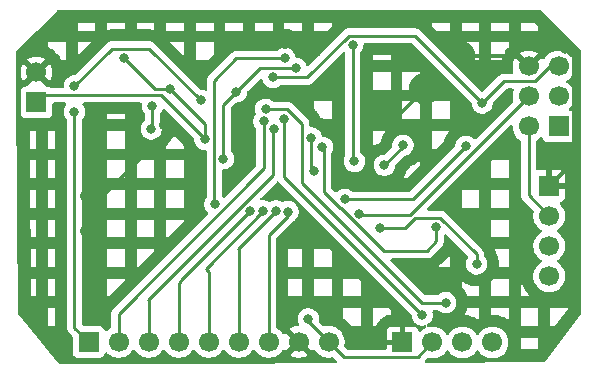
<source format=gbr>
%TF.GenerationSoftware,KiCad,Pcbnew,9.0.4*%
%TF.CreationDate,2025-12-07T17:14:32+03:30*%
%TF.ProjectId,MCU_Data logger003,4d43555f-4461-4746-9120-6c6f67676572,1*%
%TF.SameCoordinates,Original*%
%TF.FileFunction,Copper,L2,Bot*%
%TF.FilePolarity,Positive*%
%FSLAX46Y46*%
G04 Gerber Fmt 4.6, Leading zero omitted, Abs format (unit mm)*
G04 Created by KiCad (PCBNEW 9.0.4) date 2025-12-07 17:14:32*
%MOMM*%
%LPD*%
G01*
G04 APERTURE LIST*
%TA.AperFunction,ComponentPad*%
%ADD10R,1.700000X1.700000*%
%TD*%
%TA.AperFunction,ComponentPad*%
%ADD11C,1.700000*%
%TD*%
%TA.AperFunction,ViaPad*%
%ADD12C,0.800000*%
%TD*%
%TA.AperFunction,ViaPad*%
%ADD13C,0.900000*%
%TD*%
%TA.AperFunction,Conductor*%
%ADD14C,0.250000*%
%TD*%
%TA.AperFunction,Conductor*%
%ADD15C,0.350000*%
%TD*%
G04 APERTURE END LIST*
D10*
%TO.P,J4,1,Pin_1*%
%TO.N,/MISO*%
X147561700Y-102859000D03*
D11*
%TO.P,J4,2,Pin_2*%
%TO.N,/Vcc*%
X145021700Y-102859000D03*
%TO.P,J4,3,Pin_3*%
%TO.N,/SCK*%
X147561700Y-100319000D03*
%TO.P,J4,4,Pin_4*%
%TO.N,/MOSI*%
X145021700Y-100319000D03*
%TO.P,J4,5,Pin_5*%
%TO.N,/RESET*%
X147561700Y-97779000D03*
%TO.P,J4,6,Pin_6*%
%TO.N,GND*%
X145021700Y-97779000D03*
%TD*%
D10*
%TO.P,BT1,1,+*%
%TO.N,/Vcc*%
X103360700Y-100827000D03*
D11*
%TO.P,BT1,2,-*%
%TO.N,GND*%
X103360700Y-98287000D03*
%TD*%
D10*
%TO.P,J3,1,Pin_1*%
%TO.N,/D2*%
X107780300Y-121096200D03*
D11*
%TO.P,J3,2,Pin_2*%
%TO.N,/D3*%
X110320300Y-121096200D03*
%TO.P,J3,3,Pin_3*%
%TO.N,/D4*%
X112860300Y-121096200D03*
%TO.P,J3,4,Pin_4*%
%TO.N,/D5*%
X115400300Y-121096200D03*
%TO.P,J3,5,Pin_5*%
%TO.N,/D6*%
X117940300Y-121096200D03*
%TO.P,J3,6,Pin_6*%
%TO.N,/D7*%
X120480300Y-121096200D03*
%TO.P,J3,7,Pin_7*%
%TO.N,/D8*%
X123020300Y-121096200D03*
%TO.P,J3,8,Pin_8*%
%TO.N,GND*%
X125560300Y-121096200D03*
%TO.P,J3,9,Pin_9*%
%TO.N,/Vcc*%
X128100300Y-121096200D03*
%TD*%
D10*
%TO.P,J2,1,Pin_1*%
%TO.N,GND*%
X134348700Y-121147000D03*
D11*
%TO.P,J2,2,Pin_2*%
%TO.N,/Vcc*%
X136888700Y-121147000D03*
%TO.P,J2,3,Pin_3*%
%TO.N,/RX*%
X139428700Y-121147000D03*
%TO.P,J2,4,Pin_4*%
%TO.N,/TX*%
X141968700Y-121147000D03*
%TD*%
D10*
%TO.P,J1,1,Pin_1*%
%TO.N,GND*%
X146773900Y-107903000D03*
D11*
%TO.P,J1,2,Pin_2*%
%TO.N,/Vcc*%
X146773900Y-110443000D03*
%TO.P,J1,3,Pin_3*%
%TO.N,/SDA*%
X146773900Y-112983000D03*
%TO.P,J1,4,Pin_4*%
%TO.N,/SCK*%
X146773900Y-115523000D03*
%TD*%
D12*
%TO.N,/D2*%
X106578400Y-99428000D03*
D13*
%TO.N,GND*%
X127000000Y-96520000D03*
X124421512Y-95908660D03*
D12*
%TO.N,/RX*%
X136023900Y-118813000D03*
%TO.N,/RESET*%
X123366263Y-98708000D03*
%TO.N,/D2*%
X117273900Y-100653000D03*
D13*
%TO.N,GND*%
X114119781Y-102732207D03*
D12*
%TO.N,/SCK*%
X132413900Y-111483000D03*
X140623900Y-114503000D03*
%TO.N,GND*%
X148143900Y-96303000D03*
%TO.N,/SDA*%
X119188900Y-105603000D03*
%TO.N,/SCK*%
X113073900Y-103073000D03*
X113173900Y-101093400D03*
%TO.N,/Vcc*%
X110793900Y-97043000D03*
X114653900Y-99663000D03*
%TO.N,/MISO*%
X129443900Y-109013000D03*
X139707792Y-104536892D03*
%TO.N,/D8*%
X124671416Y-110075273D03*
%TO.N,/D7*%
X123623903Y-110003000D03*
%TO.N,/D6*%
X122573900Y-110003000D03*
%TO.N,/D5*%
X121461908Y-109981008D03*
%TO.N,/D4*%
X123463900Y-103088000D03*
%TO.N,/D3*%
X122613900Y-102433000D03*
%TO.N,Net-(U4-AREF)*%
X137213900Y-111383000D03*
X127563900Y-104613000D03*
D13*
%TO.N,GND*%
X136223900Y-99663000D03*
X132627900Y-101593969D03*
D12*
%TO.N,/SDA*%
X125343900Y-97933001D03*
X120293900Y-99913000D03*
%TO.N,/SCK*%
X126623900Y-103823000D03*
X126823900Y-106593000D03*
%TO.N,/RESET*%
X141094258Y-100873358D03*
%TO.N,/Vcc*%
X126373900Y-119153000D03*
%TO.N,/MOSI*%
X130681908Y-110244992D03*
D13*
%TO.N,GND*%
X139193900Y-96893000D03*
D12*
%TO.N,/Vcc*%
X132813900Y-106143000D03*
X134393900Y-104450000D03*
X130285003Y-105809908D03*
X130133900Y-95953000D03*
X117638900Y-103963400D03*
D13*
%TO.N,GND*%
X107433900Y-108713000D03*
X107433900Y-111683000D03*
D12*
%TO.N,Net-(U4-PB7)*%
X124403900Y-97093000D03*
X118463900Y-109463000D03*
%TO.N,/TX*%
X122768901Y-101394501D03*
X138003900Y-117773000D03*
%TO.N,/RX*%
X124353900Y-102233000D03*
%TO.N,/D2*%
X106578400Y-101600000D03*
%TD*%
D14*
%TO.N,/Vcc*%
X117638900Y-102648000D02*
X114653900Y-99663000D01*
X117638900Y-103963400D02*
X117638900Y-102648000D01*
%TO.N,/D2*%
X112887900Y-96267000D02*
X117273900Y-100653000D01*
X106578400Y-99428000D02*
X109739400Y-96267000D01*
X109739400Y-96267000D02*
X112887900Y-96267000D01*
X106578400Y-119894300D02*
X107780300Y-121096200D01*
D15*
%TO.N,GND*%
X126388660Y-95908660D02*
X127000000Y-96520000D01*
X124421512Y-95908660D02*
X126388660Y-95908660D01*
D14*
%TO.N,/RESET*%
X142962616Y-99005000D02*
X141094258Y-100873358D01*
X145609735Y-99005000D02*
X142962616Y-99005000D01*
X146835735Y-97779000D02*
X145609735Y-99005000D01*
X147561700Y-97779000D02*
X146835735Y-97779000D01*
X129812470Y-95177000D02*
X135397900Y-95177000D01*
X135397900Y-95177000D02*
X141094258Y-100873358D01*
X126281470Y-98708000D02*
X129812470Y-95177000D01*
X123366263Y-98708000D02*
X126281470Y-98708000D01*
D15*
%TO.N,GND*%
X108983900Y-108713000D02*
X107433900Y-108713000D01*
X114119781Y-103577119D02*
X108983900Y-108713000D01*
X114119781Y-102732207D02*
X114119781Y-103577119D01*
D14*
%TO.N,/SCK*%
X134566221Y-111483000D02*
X132413900Y-111483000D01*
X140623900Y-113695570D02*
X137535330Y-110607000D01*
X137535330Y-110607000D02*
X135442221Y-110607000D01*
X140623900Y-114503000D02*
X140623900Y-113695570D01*
X135442221Y-110607000D02*
X134566221Y-111483000D01*
%TO.N,/MOSI*%
X134987700Y-110353000D02*
X145021700Y-100319000D01*
X130789916Y-110353000D02*
X134987700Y-110353000D01*
X130681908Y-110244992D02*
X130789916Y-110353000D01*
%TO.N,Net-(U4-AREF)*%
X129122470Y-109781570D02*
X129082470Y-109781570D01*
X127685330Y-108384430D02*
X127685330Y-104734430D01*
X132753900Y-113413000D02*
X129122470Y-109781570D01*
X129082470Y-109781570D02*
X127685330Y-108384430D01*
X136383900Y-113413000D02*
X132753900Y-113413000D01*
X127685330Y-104734430D02*
X127563900Y-104613000D01*
X137213900Y-112583000D02*
X136383900Y-113413000D01*
X137213900Y-111383000D02*
X137213900Y-112583000D01*
D15*
%TO.N,GND*%
X148837700Y-105839200D02*
X146773900Y-107903000D01*
X148837700Y-96996800D02*
X148837700Y-105839200D01*
X148143900Y-96303000D02*
X148837700Y-96996800D01*
D14*
%TO.N,/SDA*%
X119188900Y-101018000D02*
X120293900Y-99913000D01*
X119188900Y-105603000D02*
X119188900Y-101018000D01*
%TO.N,/SCK*%
X113173900Y-102973000D02*
X113073900Y-103073000D01*
X113173900Y-101093400D02*
X113173900Y-102973000D01*
%TO.N,/Vcc*%
X103984700Y-100203000D02*
X103360700Y-100827000D01*
X113878500Y-100203000D02*
X103984700Y-100203000D01*
X117638900Y-103963400D02*
X113878500Y-100203000D01*
X113413900Y-99663000D02*
X110793900Y-97043000D01*
X114653900Y-99663000D02*
X113413900Y-99663000D01*
%TO.N,/MISO*%
X129443900Y-109013000D02*
X135231684Y-109013000D01*
X135231684Y-109013000D02*
X139707792Y-104536892D01*
%TO.N,/D8*%
X123020300Y-112089400D02*
X123020300Y-121096200D01*
X123013900Y-112083000D02*
X123020300Y-112089400D01*
X124671416Y-110075273D02*
X124671416Y-110425484D01*
X124671416Y-110425484D02*
X123013900Y-112083000D01*
%TO.N,/D7*%
X120443900Y-113223000D02*
X120480300Y-113259400D01*
X123623903Y-110050427D02*
X120451330Y-113223000D01*
X120451330Y-113223000D02*
X120443900Y-113223000D01*
X123623903Y-110003000D02*
X123623903Y-110050427D01*
X120480300Y-113259400D02*
X120480300Y-121096200D01*
%TO.N,/D6*%
X117940300Y-115169400D02*
X117940300Y-121096200D01*
X117673900Y-114903000D02*
X117940300Y-115169400D01*
X122573900Y-110003000D02*
X117673900Y-114903000D01*
%TO.N,/D5*%
X115400300Y-116136600D02*
X115400300Y-121096200D01*
X115593900Y-115849016D02*
X115593900Y-115943000D01*
X115593900Y-115943000D02*
X115400300Y-116136600D01*
X121461908Y-109981008D02*
X115593900Y-115849016D01*
%TO.N,/Vcc*%
X126373900Y-119369800D02*
X128100300Y-121096200D01*
X126373900Y-119153000D02*
X126373900Y-119369800D01*
%TO.N,/D4*%
X112860300Y-117559400D02*
X112860300Y-121096200D01*
X112823900Y-117523000D02*
X112860300Y-117559400D01*
X123363900Y-106983000D02*
X112823900Y-117523000D01*
X123363900Y-103188000D02*
X123363900Y-106983000D01*
X123463900Y-103088000D02*
X123363900Y-103188000D01*
%TO.N,/D3*%
X110320300Y-118704030D02*
X110320300Y-121096200D01*
X122613900Y-106410430D02*
X110320300Y-118704030D01*
X122613900Y-102433000D02*
X122613900Y-106410430D01*
D15*
%TO.N,GND*%
X132627900Y-101593969D02*
X134292931Y-101593969D01*
X134292931Y-101593969D02*
X136223900Y-99663000D01*
D14*
%TO.N,/SDA*%
X120293900Y-99913000D02*
X122274899Y-97932001D01*
X122274899Y-97932001D02*
X125342900Y-97932001D01*
X125342900Y-97932001D02*
X125343900Y-97933001D01*
%TO.N,/SCK*%
X126773900Y-106543000D02*
X126823900Y-106593000D01*
X126623900Y-103823000D02*
X126623900Y-106543000D01*
X126623900Y-106543000D02*
X126773900Y-106543000D01*
%TO.N,/Vcc*%
X129377100Y-122373000D02*
X128100300Y-121096200D01*
X136888700Y-121147000D02*
X135662700Y-122373000D01*
X135662700Y-122373000D02*
X129377100Y-122373000D01*
X145021700Y-108690800D02*
X146773900Y-110443000D01*
X145021700Y-102859000D02*
X145021700Y-108690800D01*
D15*
%TO.N,GND*%
X144135700Y-96893000D02*
X139193900Y-96893000D01*
X145021700Y-97779000D02*
X144135700Y-96893000D01*
D14*
%TO.N,/Vcc*%
X134393900Y-104563000D02*
X132813900Y-106143000D01*
X134393900Y-104450000D02*
X134393900Y-104563000D01*
D15*
%TO.N,GND*%
X146533900Y-107903000D02*
X146313900Y-108123000D01*
X146773900Y-107903000D02*
X146533900Y-107903000D01*
D14*
%TO.N,/Vcc*%
X130133900Y-105658805D02*
X130285003Y-105809908D01*
X130133900Y-95953000D02*
X130133900Y-105658805D01*
%TO.N,Net-(U4-PB7)*%
X118413900Y-109413000D02*
X118463900Y-109463000D01*
X118413900Y-98973000D02*
X118413900Y-109413000D01*
X124403900Y-97093000D02*
X120293900Y-97093000D01*
X120293900Y-97093000D02*
X118413900Y-98973000D01*
D15*
%TO.N,GND*%
X107433900Y-111683000D02*
X107433900Y-108713000D01*
D14*
%TO.N,/TX*%
X125847900Y-102629570D02*
X125847900Y-107617000D01*
X122768901Y-101394501D02*
X124612831Y-101394501D01*
X125847900Y-107617000D02*
X136003900Y-117773000D01*
X124612831Y-101394501D02*
X125847900Y-102629570D01*
X136003900Y-117773000D02*
X138003900Y-117773000D01*
%TO.N,/RX*%
X136023900Y-118813000D02*
X124353900Y-107143000D01*
X124353900Y-107143000D02*
X124353900Y-102233000D01*
%TO.N,/D2*%
X106578400Y-101600000D02*
X106578400Y-119894300D01*
%TD*%
%TA.AperFunction,Conductor*%
%TO.N,GND*%
G36*
X146061395Y-92994890D02*
G01*
X146111321Y-93025321D01*
X149417281Y-96331281D01*
X149450766Y-96392604D01*
X149453600Y-96418962D01*
X149453600Y-118683070D01*
X149433915Y-118750109D01*
X149429002Y-118757200D01*
X146428233Y-122780958D01*
X146372375Y-122822931D01*
X146329302Y-122830827D01*
X136351355Y-122868765D01*
X136284242Y-122849336D01*
X136238286Y-122796706D01*
X136228080Y-122727586D01*
X136256863Y-122663920D01*
X136263190Y-122657098D01*
X136430862Y-122489426D01*
X136492183Y-122455943D01*
X136556862Y-122459179D01*
X136572457Y-122464246D01*
X136782413Y-122497500D01*
X136782414Y-122497500D01*
X136994986Y-122497500D01*
X136994987Y-122497500D01*
X137204943Y-122464246D01*
X137407112Y-122398557D01*
X137596516Y-122302051D01*
X137666441Y-122251248D01*
X137768486Y-122177109D01*
X137768488Y-122177106D01*
X137768492Y-122177104D01*
X137918804Y-122026792D01*
X137918806Y-122026788D01*
X137918809Y-122026786D01*
X138043748Y-121854820D01*
X138043747Y-121854820D01*
X138043751Y-121854816D01*
X138048214Y-121846054D01*
X138096188Y-121795259D01*
X138164008Y-121778463D01*
X138230144Y-121800999D01*
X138269186Y-121846056D01*
X138273651Y-121854820D01*
X138398590Y-122026786D01*
X138548913Y-122177109D01*
X138720879Y-122302048D01*
X138720881Y-122302049D01*
X138720884Y-122302051D01*
X138910288Y-122398557D01*
X139112457Y-122464246D01*
X139322413Y-122497500D01*
X139322414Y-122497500D01*
X139534986Y-122497500D01*
X139534987Y-122497500D01*
X139744943Y-122464246D01*
X139947112Y-122398557D01*
X140136516Y-122302051D01*
X140206441Y-122251248D01*
X140308486Y-122177109D01*
X140308488Y-122177106D01*
X140308492Y-122177104D01*
X140458804Y-122026792D01*
X140458806Y-122026788D01*
X140458809Y-122026786D01*
X140583748Y-121854820D01*
X140583747Y-121854820D01*
X140583751Y-121854816D01*
X140588214Y-121846054D01*
X140636188Y-121795259D01*
X140704008Y-121778463D01*
X140770144Y-121800999D01*
X140809186Y-121846056D01*
X140813651Y-121854820D01*
X140938590Y-122026786D01*
X141088913Y-122177109D01*
X141260879Y-122302048D01*
X141260881Y-122302049D01*
X141260884Y-122302051D01*
X141450288Y-122398557D01*
X141652457Y-122464246D01*
X141862413Y-122497500D01*
X141862414Y-122497500D01*
X142074986Y-122497500D01*
X142074987Y-122497500D01*
X142284943Y-122464246D01*
X142487112Y-122398557D01*
X142676516Y-122302051D01*
X142746441Y-122251248D01*
X142848486Y-122177109D01*
X142848488Y-122177106D01*
X142848492Y-122177104D01*
X142998804Y-122026792D01*
X142998806Y-122026788D01*
X142998809Y-122026786D01*
X143123748Y-121854820D01*
X143123747Y-121854820D01*
X143123751Y-121854816D01*
X143195322Y-121714349D01*
X144348472Y-121714349D01*
X145825709Y-121708733D01*
X145850472Y-121675528D01*
X145850472Y-120737002D01*
X144348472Y-120737002D01*
X144348472Y-121714349D01*
X143195322Y-121714349D01*
X143220257Y-121665412D01*
X143285946Y-121463243D01*
X143319200Y-121253287D01*
X143319200Y-121040713D01*
X143285946Y-120830757D01*
X143220257Y-120628588D01*
X143123751Y-120439184D01*
X143123749Y-120439181D01*
X143123748Y-120439179D01*
X142998809Y-120267213D01*
X142848486Y-120116890D01*
X142676520Y-119991951D01*
X142487114Y-119895444D01*
X142487113Y-119895443D01*
X142487112Y-119895443D01*
X142284943Y-119829754D01*
X142284941Y-119829753D01*
X142284940Y-119829753D01*
X142123657Y-119804208D01*
X142074987Y-119796500D01*
X141862413Y-119796500D01*
X141813742Y-119804208D01*
X141652460Y-119829753D01*
X141605215Y-119845104D01*
X141471189Y-119888652D01*
X141450285Y-119895444D01*
X141260879Y-119991951D01*
X141088913Y-120116890D01*
X140938590Y-120267213D01*
X140813649Y-120439182D01*
X140809184Y-120447946D01*
X140761209Y-120498742D01*
X140693388Y-120515536D01*
X140627253Y-120492998D01*
X140588216Y-120447946D01*
X140583750Y-120439182D01*
X140458809Y-120267213D01*
X140308486Y-120116890D01*
X140136520Y-119991951D01*
X139947114Y-119895444D01*
X139947113Y-119895443D01*
X139947112Y-119895443D01*
X139744943Y-119829754D01*
X139744941Y-119829753D01*
X139744940Y-119829753D01*
X139583657Y-119804208D01*
X139534987Y-119796500D01*
X139322413Y-119796500D01*
X139273742Y-119804208D01*
X139112460Y-119829753D01*
X139065215Y-119845104D01*
X138931189Y-119888652D01*
X138910285Y-119895444D01*
X138720879Y-119991951D01*
X138548913Y-120116890D01*
X138398590Y-120267213D01*
X138273649Y-120439182D01*
X138269184Y-120447946D01*
X138221209Y-120498742D01*
X138153388Y-120515536D01*
X138087253Y-120492998D01*
X138048216Y-120447946D01*
X138043750Y-120439182D01*
X137918809Y-120267213D01*
X137768486Y-120116890D01*
X137596520Y-119991951D01*
X137407114Y-119895444D01*
X137407113Y-119895443D01*
X137407112Y-119895443D01*
X137204943Y-119829754D01*
X137204941Y-119829753D01*
X137204940Y-119829753D01*
X137043657Y-119804208D01*
X136994987Y-119796500D01*
X136782413Y-119796500D01*
X136771459Y-119798235D01*
X136572459Y-119829753D01*
X136572454Y-119829754D01*
X136548873Y-119837416D01*
X136479032Y-119839409D01*
X136419201Y-119803327D01*
X136388374Y-119740625D01*
X136388560Y-119739002D01*
X144348472Y-119739002D01*
X145850472Y-119739002D01*
X146848472Y-119739002D01*
X147294662Y-119739002D01*
X148329600Y-118351244D01*
X148329600Y-118237002D01*
X146848472Y-118237002D01*
X146848472Y-119739002D01*
X145850472Y-119739002D01*
X145850472Y-118237002D01*
X144348472Y-118237002D01*
X144348472Y-119739002D01*
X136388560Y-119739002D01*
X136396341Y-119671211D01*
X136440571Y-119617123D01*
X136448504Y-119612311D01*
X136450453Y-119611009D01*
X136597935Y-119512464D01*
X136723364Y-119387035D01*
X136821913Y-119239547D01*
X136889794Y-119075666D01*
X136899217Y-119028297D01*
X136914325Y-118952342D01*
X136924400Y-118901691D01*
X136924400Y-118800577D01*
X139600601Y-118800577D01*
X139632865Y-118803119D01*
X139637703Y-118803596D01*
X139666936Y-118807056D01*
X139671759Y-118807723D01*
X139920428Y-118847108D01*
X139925223Y-118847964D01*
X139954123Y-118853713D01*
X139958883Y-118854758D01*
X139997000Y-118863911D01*
X140001705Y-118865138D01*
X140030047Y-118873131D01*
X140034707Y-118874545D01*
X140274140Y-118952342D01*
X140278737Y-118953936D01*
X140306347Y-118964121D01*
X140310875Y-118965893D01*
X140347092Y-118980891D01*
X140351561Y-118982846D01*
X140378336Y-118995189D01*
X140382719Y-118997314D01*
X140607061Y-119111622D01*
X140611354Y-119113917D01*
X140637050Y-119128307D01*
X140641250Y-119130769D01*
X140674673Y-119151250D01*
X140678773Y-119153874D01*
X140698700Y-119167187D01*
X140718627Y-119153874D01*
X140722727Y-119151250D01*
X140756150Y-119130769D01*
X140760350Y-119128307D01*
X140786046Y-119113917D01*
X140790339Y-119111622D01*
X140850472Y-119080982D01*
X140850472Y-118798500D01*
X141848472Y-118798500D01*
X142094597Y-118798500D01*
X142099469Y-118798596D01*
X142128921Y-118799754D01*
X142133786Y-118800041D01*
X142172865Y-118803119D01*
X142177703Y-118803596D01*
X142206936Y-118807056D01*
X142211759Y-118807723D01*
X142460428Y-118847108D01*
X142465223Y-118847964D01*
X142494123Y-118853713D01*
X142498883Y-118854758D01*
X142537000Y-118863911D01*
X142541705Y-118865138D01*
X142570047Y-118873131D01*
X142574707Y-118874545D01*
X142814140Y-118952342D01*
X142818737Y-118953936D01*
X142846347Y-118964121D01*
X142850875Y-118965893D01*
X142887092Y-118980891D01*
X142891561Y-118982846D01*
X142918336Y-118995189D01*
X142922719Y-118997314D01*
X143147061Y-119111622D01*
X143151354Y-119113917D01*
X143177050Y-119128307D01*
X143181250Y-119130769D01*
X143214673Y-119151250D01*
X143218773Y-119153874D01*
X143243268Y-119170240D01*
X143247265Y-119173026D01*
X143350472Y-119248009D01*
X143350472Y-118237002D01*
X141848472Y-118237002D01*
X141848472Y-118798500D01*
X140850472Y-118798500D01*
X140850472Y-118237002D01*
X139847298Y-118237002D01*
X139843835Y-118254409D01*
X139842501Y-118260349D01*
X139833549Y-118296084D01*
X139831925Y-118301952D01*
X139817698Y-118348845D01*
X139815790Y-118354620D01*
X139803391Y-118389272D01*
X139801201Y-118394949D01*
X139714571Y-118604095D01*
X139712106Y-118609656D01*
X139696366Y-118642938D01*
X139693629Y-118648377D01*
X139670527Y-118691599D01*
X139667527Y-118696894D01*
X139648591Y-118728488D01*
X139645334Y-118733632D01*
X139600601Y-118800577D01*
X136924400Y-118800577D01*
X136924400Y-118724309D01*
X136924400Y-118724306D01*
X136924399Y-118724304D01*
X136889070Y-118546691D01*
X136895297Y-118477100D01*
X136938160Y-118421922D01*
X137004050Y-118398678D01*
X137010687Y-118398500D01*
X137304539Y-118398500D01*
X137371578Y-118418185D01*
X137392221Y-118434820D01*
X137429861Y-118472461D01*
X137429865Y-118472464D01*
X137577346Y-118571009D01*
X137577359Y-118571016D01*
X137670646Y-118609656D01*
X137741234Y-118638894D01*
X137741236Y-118638894D01*
X137741241Y-118638896D01*
X137915204Y-118673499D01*
X137915207Y-118673500D01*
X137915209Y-118673500D01*
X138092593Y-118673500D01*
X138092594Y-118673499D01*
X138150582Y-118661964D01*
X138266558Y-118638896D01*
X138266561Y-118638894D01*
X138266566Y-118638894D01*
X138430447Y-118571013D01*
X138577935Y-118472464D01*
X138703364Y-118347035D01*
X138703365Y-118347034D01*
X138703366Y-118347033D01*
X138801909Y-118199553D01*
X138801909Y-118199552D01*
X138801913Y-118199547D01*
X138869794Y-118035666D01*
X138882164Y-117973481D01*
X138904399Y-117861695D01*
X138904400Y-117861693D01*
X138904400Y-117684306D01*
X138904399Y-117684304D01*
X138869796Y-117510341D01*
X138869793Y-117510332D01*
X138801916Y-117346459D01*
X138801909Y-117346446D01*
X138703364Y-117198965D01*
X138703361Y-117198961D01*
X138577938Y-117073538D01*
X138577934Y-117073535D01*
X138430453Y-116974990D01*
X138430440Y-116974983D01*
X138266567Y-116907106D01*
X138266558Y-116907103D01*
X138092594Y-116872500D01*
X138092591Y-116872500D01*
X137915209Y-116872500D01*
X137915206Y-116872500D01*
X137741241Y-116907103D01*
X137741232Y-116907106D01*
X137577359Y-116974983D01*
X137577346Y-116974990D01*
X137429865Y-117073535D01*
X137429861Y-117073538D01*
X137392221Y-117111180D01*
X137330899Y-117144666D01*
X137304539Y-117147500D01*
X136314352Y-117147500D01*
X136247313Y-117127815D01*
X136226671Y-117111181D01*
X135548178Y-116432688D01*
X139348472Y-116432688D01*
X139426384Y-116510600D01*
X139430582Y-116515009D01*
X139455313Y-116542296D01*
X139459287Y-116546903D01*
X139490376Y-116584785D01*
X139494121Y-116589583D01*
X139516053Y-116619155D01*
X139519557Y-116624131D01*
X139645334Y-116812368D01*
X139648591Y-116817512D01*
X139667527Y-116849106D01*
X139670527Y-116854401D01*
X139693629Y-116897623D01*
X139696366Y-116903062D01*
X139712106Y-116936344D01*
X139714571Y-116941905D01*
X139801201Y-117151051D01*
X139803391Y-117156728D01*
X139815790Y-117191380D01*
X139817698Y-117197155D01*
X139830394Y-117239002D01*
X140850472Y-117239002D01*
X140850472Y-116392118D01*
X140840829Y-116393549D01*
X140834788Y-116394294D01*
X140786016Y-116399097D01*
X140779946Y-116399545D01*
X140743174Y-116401351D01*
X140737091Y-116401500D01*
X140510709Y-116401500D01*
X140504626Y-116401351D01*
X140467854Y-116399545D01*
X140461784Y-116399097D01*
X140413012Y-116394294D01*
X140406971Y-116393549D01*
X140370540Y-116388145D01*
X140364543Y-116387104D01*
X140142492Y-116342935D01*
X140136551Y-116341601D01*
X140100816Y-116332649D01*
X140094948Y-116331025D01*
X140048055Y-116316798D01*
X140042280Y-116314890D01*
X140007628Y-116302491D01*
X140001951Y-116300301D01*
X139792805Y-116213671D01*
X139787244Y-116211206D01*
X139753962Y-116195466D01*
X139748523Y-116192729D01*
X139705301Y-116169627D01*
X139700006Y-116166627D01*
X139668412Y-116147691D01*
X139663268Y-116144434D01*
X139475031Y-116018657D01*
X139470055Y-116015153D01*
X139440483Y-115993221D01*
X139435685Y-115989476D01*
X139399327Y-115959638D01*
X141848472Y-115959638D01*
X141848472Y-117239002D01*
X143350472Y-117239002D01*
X144348472Y-117239002D01*
X145168622Y-117239002D01*
X145024256Y-117094636D01*
X145020886Y-117091132D01*
X145000912Y-117069527D01*
X144997678Y-117065888D01*
X144972217Y-117036081D01*
X144969127Y-117032316D01*
X144950868Y-117009157D01*
X144947925Y-117005269D01*
X144799926Y-116801565D01*
X144797140Y-116797568D01*
X144780774Y-116773073D01*
X144778150Y-116768973D01*
X144757669Y-116735550D01*
X144755207Y-116731350D01*
X144740817Y-116705654D01*
X144738522Y-116701361D01*
X144624214Y-116477019D01*
X144622089Y-116472636D01*
X144609746Y-116445861D01*
X144607791Y-116441392D01*
X144592793Y-116405175D01*
X144591021Y-116400647D01*
X144580836Y-116373037D01*
X144579242Y-116368440D01*
X144501445Y-116129007D01*
X144500031Y-116124347D01*
X144492038Y-116096005D01*
X144490811Y-116091300D01*
X144481658Y-116053183D01*
X144480613Y-116048423D01*
X144474864Y-116019523D01*
X144474008Y-116014728D01*
X144434623Y-115766059D01*
X144433956Y-115761236D01*
X144431088Y-115737002D01*
X144348472Y-115737002D01*
X144348472Y-117239002D01*
X143350472Y-117239002D01*
X143350472Y-115737002D01*
X142072324Y-115737002D01*
X142050582Y-115760991D01*
X142046384Y-115765400D01*
X141886300Y-115925484D01*
X141881891Y-115929682D01*
X141854604Y-115954413D01*
X141849997Y-115958387D01*
X141848472Y-115959638D01*
X139399327Y-115959638D01*
X139397803Y-115958387D01*
X139393196Y-115954413D01*
X139365909Y-115929682D01*
X139361500Y-115925484D01*
X139348472Y-115912456D01*
X139348472Y-116432688D01*
X135548178Y-116432688D01*
X133854492Y-114739002D01*
X137404747Y-114739002D01*
X138350472Y-114739002D01*
X138350472Y-113742404D01*
X138281153Y-113811723D01*
X138281117Y-113811753D01*
X137612653Y-114480217D01*
X137612623Y-114480253D01*
X137471001Y-114621876D01*
X137466593Y-114626072D01*
X137453839Y-114637631D01*
X137447379Y-114670110D01*
X137414994Y-114732022D01*
X137404747Y-114739002D01*
X133854492Y-114739002D01*
X133365671Y-114250181D01*
X133332186Y-114188858D01*
X133337170Y-114119166D01*
X133379042Y-114063233D01*
X133444506Y-114038816D01*
X133453352Y-114038500D01*
X136445507Y-114038500D01*
X136505929Y-114026481D01*
X136566352Y-114014463D01*
X136620930Y-113991856D01*
X136680186Y-113967312D01*
X136737575Y-113928965D01*
X136782633Y-113898858D01*
X136869758Y-113811733D01*
X136869759Y-113811731D01*
X136876825Y-113804665D01*
X136876828Y-113804661D01*
X137612629Y-113068860D01*
X137612633Y-113068858D01*
X137699758Y-112981733D01*
X137768211Y-112879286D01*
X137815363Y-112765452D01*
X137823700Y-112723536D01*
X137834995Y-112666756D01*
X137834995Y-112666750D01*
X137839400Y-112644609D01*
X137839400Y-112095022D01*
X137859085Y-112027983D01*
X137911889Y-111982228D01*
X137981047Y-111972284D01*
X138044603Y-112001309D01*
X138051067Y-112007328D01*
X139025471Y-112981731D01*
X139871811Y-113828071D01*
X139905296Y-113889394D01*
X139900312Y-113959086D01*
X139887232Y-113984643D01*
X139825890Y-114076446D01*
X139825883Y-114076459D01*
X139758006Y-114240332D01*
X139758003Y-114240341D01*
X139723400Y-114414304D01*
X139723400Y-114591695D01*
X139758003Y-114765658D01*
X139758006Y-114765667D01*
X139825883Y-114929540D01*
X139825890Y-114929553D01*
X139924435Y-115077034D01*
X139924438Y-115077038D01*
X140049861Y-115202461D01*
X140049865Y-115202464D01*
X140197346Y-115301009D01*
X140197359Y-115301016D01*
X140320263Y-115351923D01*
X140361234Y-115368894D01*
X140361236Y-115368894D01*
X140361241Y-115368896D01*
X140535204Y-115403499D01*
X140535207Y-115403500D01*
X140535209Y-115403500D01*
X140712593Y-115403500D01*
X140712594Y-115403499D01*
X140770582Y-115391964D01*
X140886558Y-115368896D01*
X140886561Y-115368894D01*
X140886566Y-115368894D01*
X141050447Y-115301013D01*
X141197935Y-115202464D01*
X141323364Y-115077035D01*
X141421913Y-114929547D01*
X141489794Y-114765666D01*
X141496487Y-114732022D01*
X141518396Y-114621876D01*
X141524400Y-114591691D01*
X141524400Y-114414309D01*
X141524400Y-114414306D01*
X141524399Y-114414304D01*
X141489796Y-114240341D01*
X141489793Y-114240332D01*
X141421916Y-114076459D01*
X141421909Y-114076446D01*
X141323364Y-113928965D01*
X141323361Y-113928961D01*
X141285719Y-113891319D01*
X141252234Y-113829996D01*
X141249400Y-113803638D01*
X141249400Y-113763311D01*
X141249401Y-113763290D01*
X141249401Y-113633961D01*
X141225364Y-113513125D01*
X141225363Y-113513119D01*
X141178212Y-113399285D01*
X141109758Y-113296837D01*
X141109755Y-113296833D01*
X141049924Y-113237002D01*
X142184512Y-113237002D01*
X142187494Y-113246831D01*
X142189118Y-113252700D01*
X142198070Y-113288435D01*
X142199404Y-113294375D01*
X142233005Y-113463296D01*
X142234046Y-113469294D01*
X142239050Y-113503031D01*
X142265334Y-113542368D01*
X142268591Y-113547512D01*
X142287527Y-113579106D01*
X142290527Y-113584401D01*
X142313629Y-113627623D01*
X142316366Y-113633062D01*
X142332106Y-113666344D01*
X142334571Y-113671905D01*
X142421201Y-113881051D01*
X142423391Y-113886728D01*
X142435790Y-113921380D01*
X142437698Y-113927155D01*
X142451925Y-113974048D01*
X142453549Y-113979916D01*
X142462501Y-114015651D01*
X142463835Y-114021592D01*
X142508004Y-114243643D01*
X142509045Y-114249640D01*
X142514449Y-114286071D01*
X142515194Y-114292112D01*
X142519997Y-114340884D01*
X142520445Y-114346954D01*
X142522251Y-114383726D01*
X142522400Y-114389809D01*
X142522400Y-114616191D01*
X142522251Y-114622274D01*
X142520445Y-114659046D01*
X142519997Y-114665116D01*
X142515194Y-114713888D01*
X142514449Y-114719929D01*
X142511620Y-114739002D01*
X143350472Y-114739002D01*
X143350472Y-113237002D01*
X142184512Y-113237002D01*
X141049924Y-113237002D01*
X140051923Y-112239002D01*
X141848472Y-112239002D01*
X143350472Y-112239002D01*
X143350472Y-110737002D01*
X141848472Y-110737002D01*
X141848472Y-112239002D01*
X140051923Y-112239002D01*
X138028258Y-110215338D01*
X138028255Y-110215334D01*
X138028255Y-110215335D01*
X138021188Y-110208268D01*
X138021188Y-110208267D01*
X137934063Y-110121142D01*
X137934062Y-110121141D01*
X137934061Y-110121140D01*
X137882839Y-110086915D01*
X137831617Y-110052689D01*
X137831616Y-110052688D01*
X137831613Y-110052686D01*
X137831610Y-110052685D01*
X137737410Y-110013667D01*
X137717785Y-110005538D01*
X137717783Y-110005537D01*
X137717782Y-110005537D01*
X137657359Y-109993518D01*
X137596940Y-109981500D01*
X137596937Y-109981500D01*
X137596936Y-109981500D01*
X136543152Y-109981500D01*
X136476113Y-109961815D01*
X136430358Y-109909011D01*
X136420414Y-109839853D01*
X136449439Y-109776297D01*
X136455471Y-109769819D01*
X137937089Y-108288201D01*
X139348472Y-108288201D01*
X139348472Y-109739002D01*
X140850472Y-109739002D01*
X141848472Y-109739002D01*
X143350472Y-109739002D01*
X143350472Y-108237002D01*
X141848472Y-108237002D01*
X141848472Y-109739002D01*
X140850472Y-109739002D01*
X140850472Y-108237002D01*
X139399672Y-108237002D01*
X139348472Y-108288201D01*
X137937089Y-108288201D01*
X139922829Y-106302461D01*
X140437090Y-105788200D01*
X141848472Y-105788200D01*
X141848472Y-107239002D01*
X143350472Y-107239002D01*
X143350472Y-105737002D01*
X141899670Y-105737002D01*
X141848472Y-105788200D01*
X140437090Y-105788200D01*
X143459519Y-102765769D01*
X143520842Y-102732285D01*
X143590534Y-102737269D01*
X143646467Y-102779141D01*
X143670884Y-102844605D01*
X143671200Y-102853451D01*
X143671200Y-102965286D01*
X143702307Y-103161691D01*
X143704454Y-103175243D01*
X143762365Y-103353475D01*
X143770144Y-103377414D01*
X143866651Y-103566820D01*
X143991590Y-103738786D01*
X144141913Y-103889109D01*
X144313881Y-104014050D01*
X144328492Y-104021494D01*
X144379289Y-104069467D01*
X144396200Y-104131980D01*
X144396200Y-108752406D01*
X144419647Y-108870288D01*
X144419650Y-108870301D01*
X144419649Y-108870301D01*
X144420235Y-108873247D01*
X144420237Y-108873254D01*
X144467385Y-108987081D01*
X144467391Y-108987092D01*
X144500373Y-109036450D01*
X144500374Y-109036454D01*
X144500375Y-109036454D01*
X144535838Y-109089528D01*
X144535844Y-109089536D01*
X144627286Y-109180978D01*
X144627308Y-109180998D01*
X145431471Y-109985161D01*
X145464956Y-110046484D01*
X145461722Y-110111158D01*
X145456653Y-110126757D01*
X145430189Y-110293850D01*
X145423400Y-110336713D01*
X145423400Y-110549287D01*
X145456654Y-110759243D01*
X145487007Y-110852661D01*
X145522344Y-110961414D01*
X145618851Y-111150820D01*
X145743790Y-111322786D01*
X145894113Y-111473109D01*
X146066082Y-111598050D01*
X146074846Y-111602516D01*
X146125642Y-111650491D01*
X146142436Y-111718312D01*
X146119898Y-111784447D01*
X146074846Y-111823484D01*
X146066082Y-111827949D01*
X145894113Y-111952890D01*
X145743790Y-112103213D01*
X145618851Y-112275179D01*
X145522344Y-112464585D01*
X145456653Y-112666760D01*
X145423400Y-112876713D01*
X145423400Y-113089286D01*
X145448352Y-113246831D01*
X145456654Y-113299243D01*
X145511907Y-113469294D01*
X145522344Y-113501414D01*
X145618851Y-113690820D01*
X145743790Y-113862786D01*
X145894113Y-114013109D01*
X146066082Y-114138050D01*
X146074846Y-114142516D01*
X146125642Y-114190491D01*
X146142436Y-114258312D01*
X146119898Y-114324447D01*
X146074846Y-114363484D01*
X146066082Y-114367949D01*
X145894113Y-114492890D01*
X145743790Y-114643213D01*
X145618851Y-114815179D01*
X145522344Y-115004585D01*
X145456653Y-115206760D01*
X145423400Y-115416713D01*
X145423400Y-115629286D01*
X145440460Y-115737002D01*
X145456654Y-115839243D01*
X145514949Y-116018657D01*
X145522344Y-116041414D01*
X145618851Y-116230820D01*
X145743790Y-116402786D01*
X145894113Y-116553109D01*
X146066079Y-116678048D01*
X146066081Y-116678049D01*
X146066084Y-116678051D01*
X146255488Y-116774557D01*
X146457657Y-116840246D01*
X146667613Y-116873500D01*
X146667614Y-116873500D01*
X146880186Y-116873500D01*
X146880187Y-116873500D01*
X147090143Y-116840246D01*
X147292312Y-116774557D01*
X147481716Y-116678051D01*
X147610087Y-116584785D01*
X147653686Y-116553109D01*
X147653688Y-116553106D01*
X147653692Y-116553104D01*
X147804004Y-116402792D01*
X147804006Y-116402788D01*
X147804009Y-116402786D01*
X147928948Y-116230820D01*
X147928947Y-116230820D01*
X147928951Y-116230816D01*
X148025457Y-116041412D01*
X148091146Y-115839243D01*
X148124400Y-115629287D01*
X148124400Y-115416713D01*
X148091146Y-115206757D01*
X148025457Y-115004588D01*
X147928951Y-114815184D01*
X147928949Y-114815181D01*
X147928948Y-114815179D01*
X147804009Y-114643213D01*
X147653686Y-114492890D01*
X147481720Y-114367951D01*
X147481015Y-114367591D01*
X147472954Y-114363485D01*
X147422159Y-114315512D01*
X147405363Y-114247692D01*
X147427899Y-114181556D01*
X147472954Y-114142515D01*
X147481716Y-114138051D01*
X147584695Y-114063233D01*
X147653686Y-114013109D01*
X147653688Y-114013106D01*
X147653692Y-114013104D01*
X147804004Y-113862792D01*
X147804006Y-113862788D01*
X147804009Y-113862786D01*
X147928948Y-113690820D01*
X147928947Y-113690820D01*
X147928951Y-113690816D01*
X148025457Y-113501412D01*
X148091146Y-113299243D01*
X148124400Y-113089287D01*
X148124400Y-112876713D01*
X148091146Y-112666757D01*
X148025457Y-112464588D01*
X147928951Y-112275184D01*
X147928949Y-112275181D01*
X147928948Y-112275179D01*
X147804009Y-112103213D01*
X147653686Y-111952890D01*
X147481720Y-111827951D01*
X147481015Y-111827591D01*
X147472954Y-111823485D01*
X147422159Y-111775512D01*
X147405363Y-111707692D01*
X147427899Y-111641556D01*
X147472954Y-111602515D01*
X147481716Y-111598051D01*
X147503689Y-111582086D01*
X147653686Y-111473109D01*
X147653688Y-111473106D01*
X147653692Y-111473104D01*
X147804004Y-111322792D01*
X147804006Y-111322788D01*
X147804009Y-111322786D01*
X147928948Y-111150820D01*
X147928947Y-111150820D01*
X147928951Y-111150816D01*
X148025457Y-110961412D01*
X148091146Y-110759243D01*
X148124400Y-110549287D01*
X148124400Y-110336713D01*
X148091146Y-110126757D01*
X148025457Y-109924588D01*
X147928951Y-109735184D01*
X147928949Y-109735181D01*
X147928948Y-109735179D01*
X147804009Y-109563213D01*
X147690081Y-109449285D01*
X147656596Y-109387962D01*
X147661580Y-109318270D01*
X147703452Y-109262337D01*
X147734429Y-109245422D01*
X147865986Y-109196354D01*
X147865993Y-109196350D01*
X147981087Y-109110190D01*
X147981090Y-109110187D01*
X148067250Y-108995093D01*
X148067254Y-108995086D01*
X148117496Y-108860379D01*
X148117498Y-108860372D01*
X148123899Y-108800844D01*
X148123900Y-108800827D01*
X148123900Y-108153000D01*
X147206912Y-108153000D01*
X147239825Y-108095993D01*
X147273900Y-107968826D01*
X147273900Y-107837174D01*
X147239825Y-107710007D01*
X147206912Y-107653000D01*
X148123900Y-107653000D01*
X148123900Y-107005172D01*
X148123899Y-107005155D01*
X148117498Y-106945627D01*
X148117496Y-106945620D01*
X148067254Y-106810913D01*
X148067250Y-106810906D01*
X147981090Y-106695812D01*
X147981087Y-106695809D01*
X147865993Y-106609649D01*
X147865986Y-106609645D01*
X147731279Y-106559403D01*
X147731272Y-106559401D01*
X147671744Y-106553000D01*
X147023900Y-106553000D01*
X147023900Y-107469988D01*
X146966893Y-107437075D01*
X146839726Y-107403000D01*
X146708074Y-107403000D01*
X146580907Y-107437075D01*
X146523900Y-107469988D01*
X146523900Y-106553000D01*
X145876055Y-106553000D01*
X145816527Y-106559401D01*
X145816521Y-106559402D01*
X145814529Y-106560146D01*
X145812876Y-106560264D01*
X145808970Y-106561187D01*
X145808820Y-106560553D01*
X145744837Y-106565127D01*
X145683515Y-106531640D01*
X145650033Y-106470315D01*
X145647200Y-106443962D01*
X145647200Y-104131980D01*
X145666885Y-104064941D01*
X145714908Y-104021494D01*
X145729518Y-104014050D01*
X145901484Y-103889110D01*
X145901484Y-103889109D01*
X145901492Y-103889104D01*
X146015029Y-103775566D01*
X146076348Y-103742084D01*
X146146040Y-103747068D01*
X146201974Y-103788939D01*
X146218889Y-103819917D01*
X146267902Y-103951328D01*
X146267906Y-103951335D01*
X146354152Y-104066544D01*
X146354155Y-104066547D01*
X146469364Y-104152793D01*
X146469371Y-104152797D01*
X146604217Y-104203091D01*
X146604216Y-104203091D01*
X146611144Y-104203835D01*
X146663827Y-104209500D01*
X148459572Y-104209499D01*
X148519183Y-104203091D01*
X148654031Y-104152796D01*
X148769246Y-104066546D01*
X148855496Y-103951331D01*
X148905791Y-103816483D01*
X148912200Y-103756873D01*
X148912199Y-101961128D01*
X148905791Y-101901517D01*
X148904510Y-101898083D01*
X148855497Y-101766671D01*
X148855493Y-101766664D01*
X148769247Y-101651455D01*
X148769244Y-101651452D01*
X148654035Y-101565206D01*
X148654028Y-101565202D01*
X148522617Y-101516189D01*
X148466683Y-101474318D01*
X148442266Y-101408853D01*
X148457118Y-101340580D01*
X148478263Y-101312332D01*
X148591804Y-101198792D01*
X148610210Y-101173459D01*
X148716748Y-101026820D01*
X148716747Y-101026820D01*
X148716751Y-101026816D01*
X148813257Y-100837412D01*
X148878946Y-100635243D01*
X148912200Y-100425287D01*
X148912200Y-100212713D01*
X148878946Y-100002757D01*
X148813257Y-99800588D01*
X148716751Y-99611184D01*
X148716749Y-99611181D01*
X148716748Y-99611179D01*
X148591809Y-99439213D01*
X148441486Y-99288890D01*
X148269520Y-99163951D01*
X148268815Y-99163591D01*
X148260754Y-99159485D01*
X148209959Y-99111512D01*
X148193163Y-99043692D01*
X148215699Y-98977556D01*
X148260754Y-98938515D01*
X148269516Y-98934051D01*
X148333605Y-98887488D01*
X148441486Y-98809109D01*
X148441488Y-98809106D01*
X148441492Y-98809104D01*
X148591804Y-98658792D01*
X148591806Y-98658788D01*
X148591809Y-98658786D01*
X148716748Y-98486820D01*
X148716747Y-98486820D01*
X148716751Y-98486816D01*
X148813257Y-98297412D01*
X148878946Y-98095243D01*
X148912200Y-97885287D01*
X148912200Y-97672713D01*
X148878946Y-97462757D01*
X148813257Y-97260588D01*
X148716751Y-97071184D01*
X148716749Y-97071181D01*
X148716748Y-97071179D01*
X148591809Y-96899213D01*
X148441486Y-96748890D01*
X148269520Y-96623951D01*
X148080114Y-96527444D01*
X148080113Y-96527443D01*
X148080112Y-96527443D01*
X147877943Y-96461754D01*
X147877941Y-96461753D01*
X147877940Y-96461753D01*
X147716657Y-96436208D01*
X147667987Y-96428500D01*
X147455413Y-96428500D01*
X147406742Y-96436208D01*
X147245460Y-96461753D01*
X147245457Y-96461754D01*
X147044535Y-96527038D01*
X147043285Y-96527444D01*
X146853879Y-96623951D01*
X146681913Y-96748890D01*
X146531590Y-96899213D01*
X146406649Y-97071182D01*
X146401902Y-97080499D01*
X146353927Y-97131293D01*
X146286105Y-97148087D01*
X146219971Y-97125548D01*
X146180934Y-97080495D01*
X146176326Y-97071452D01*
X146136970Y-97017282D01*
X146136969Y-97017282D01*
X145504662Y-97649589D01*
X145487625Y-97586007D01*
X145421799Y-97471993D01*
X145328707Y-97378901D01*
X145214693Y-97313075D01*
X145151109Y-97296037D01*
X145783416Y-96663728D01*
X145729250Y-96624375D01*
X145539917Y-96527904D01*
X145337829Y-96462242D01*
X145127946Y-96429000D01*
X144915454Y-96429000D01*
X144705572Y-96462242D01*
X144705569Y-96462242D01*
X144503482Y-96527904D01*
X144314139Y-96624380D01*
X144259982Y-96663727D01*
X144259982Y-96663728D01*
X144892291Y-97296037D01*
X144828707Y-97313075D01*
X144714693Y-97378901D01*
X144621601Y-97471993D01*
X144555775Y-97586007D01*
X144538737Y-97649591D01*
X143906428Y-97017282D01*
X143906427Y-97017282D01*
X143867080Y-97071439D01*
X143770604Y-97260782D01*
X143704942Y-97462869D01*
X143704942Y-97462872D01*
X143671700Y-97672753D01*
X143671700Y-97885246D01*
X143704942Y-98095127D01*
X143704942Y-98095130D01*
X143744600Y-98217182D01*
X143746595Y-98287023D01*
X143710515Y-98346856D01*
X143647814Y-98377684D01*
X143626669Y-98379500D01*
X142901005Y-98379500D01*
X142840587Y-98391518D01*
X142797359Y-98400116D01*
X142780162Y-98403537D01*
X142666332Y-98450687D01*
X142666323Y-98450692D01*
X142563884Y-98519140D01*
X142520922Y-98562103D01*
X142476758Y-98606267D01*
X142476755Y-98606270D01*
X141181938Y-99901086D01*
X141120615Y-99934571D01*
X141050923Y-99929587D01*
X141006576Y-99901086D01*
X136842492Y-95737002D01*
X139841487Y-95737002D01*
X139879132Y-95756183D01*
X139895722Y-95766350D01*
X140048533Y-95877373D01*
X140063329Y-95890010D01*
X140196890Y-96023571D01*
X140209527Y-96038367D01*
X140320550Y-96191178D01*
X140330717Y-96207768D01*
X140416469Y-96376065D01*
X140423915Y-96394042D01*
X140482283Y-96573681D01*
X140486825Y-96592601D01*
X140516373Y-96779160D01*
X140517900Y-96798558D01*
X140517900Y-96987442D01*
X140516373Y-97006840D01*
X140486825Y-97193399D01*
X140482283Y-97212319D01*
X140473613Y-97239002D01*
X140850472Y-97239002D01*
X141848472Y-97239002D01*
X142732331Y-97239002D01*
X142739079Y-97210887D01*
X142740309Y-97206171D01*
X142748311Y-97177794D01*
X142749726Y-97173130D01*
X142827509Y-96933737D01*
X142829105Y-96929136D01*
X142839304Y-96901491D01*
X142841078Y-96896956D01*
X142856080Y-96860739D01*
X142858033Y-96856276D01*
X142870363Y-96829532D01*
X142872486Y-96825154D01*
X142986743Y-96600914D01*
X142989037Y-96596622D01*
X143003410Y-96570956D01*
X143005867Y-96566765D01*
X143026343Y-96533343D01*
X143028970Y-96529237D01*
X143045352Y-96504716D01*
X143048140Y-96500716D01*
X143229344Y-96251304D01*
X143269072Y-96215999D01*
X143350472Y-96170411D01*
X143350472Y-95737002D01*
X141848472Y-95737002D01*
X141848472Y-97239002D01*
X140850472Y-97239002D01*
X140850472Y-95737002D01*
X139841487Y-95737002D01*
X136842492Y-95737002D01*
X135888098Y-94782608D01*
X135888078Y-94782586D01*
X135796633Y-94691141D01*
X135745409Y-94656915D01*
X135728258Y-94645455D01*
X135694186Y-94622688D01*
X135694183Y-94622686D01*
X135694180Y-94622685D01*
X135613692Y-94589347D01*
X135580353Y-94575537D01*
X135570327Y-94573543D01*
X135519929Y-94563518D01*
X135459510Y-94551500D01*
X135459507Y-94551500D01*
X135459506Y-94551500D01*
X129874077Y-94551500D01*
X129750863Y-94551500D01*
X129750859Y-94551500D01*
X129690441Y-94563518D01*
X129652729Y-94571019D01*
X129630020Y-94575536D01*
X129630018Y-94575537D01*
X129596677Y-94589347D01*
X129516189Y-94622684D01*
X129516175Y-94622692D01*
X129413742Y-94691138D01*
X129413734Y-94691144D01*
X126406845Y-97698034D01*
X126345522Y-97731519D01*
X126275830Y-97726535D01*
X126219897Y-97684663D01*
X126204607Y-97657813D01*
X126141913Y-97506454D01*
X126141909Y-97506447D01*
X126043364Y-97358966D01*
X126043361Y-97358962D01*
X125917938Y-97233539D01*
X125917934Y-97233536D01*
X125770453Y-97134991D01*
X125770440Y-97134984D01*
X125606567Y-97067107D01*
X125606558Y-97067104D01*
X125432594Y-97032501D01*
X125432591Y-97032501D01*
X125411772Y-97032501D01*
X125344733Y-97012816D01*
X125298978Y-96960012D01*
X125290155Y-96932692D01*
X125269796Y-96830341D01*
X125269793Y-96830332D01*
X125201916Y-96666459D01*
X125201909Y-96666446D01*
X125103364Y-96518965D01*
X125103361Y-96518961D01*
X124977938Y-96393538D01*
X124977934Y-96393535D01*
X124830453Y-96294990D01*
X124830440Y-96294983D01*
X124666567Y-96227106D01*
X124666558Y-96227103D01*
X124492594Y-96192500D01*
X124492591Y-96192500D01*
X124315209Y-96192500D01*
X124315206Y-96192500D01*
X124141241Y-96227103D01*
X124141232Y-96227106D01*
X123977359Y-96294983D01*
X123977346Y-96294990D01*
X123829865Y-96393535D01*
X123829861Y-96393538D01*
X123792221Y-96431180D01*
X123730899Y-96464666D01*
X123704539Y-96467500D01*
X120232288Y-96467500D01*
X120111455Y-96491535D01*
X120111447Y-96491537D01*
X119997616Y-96538687D01*
X119895165Y-96607142D01*
X119895162Y-96607145D01*
X118416302Y-98086007D01*
X118015169Y-98487140D01*
X118015167Y-98487142D01*
X117983169Y-98519140D01*
X117928042Y-98574266D01*
X117914852Y-98594007D01*
X117897946Y-98619309D01*
X117870750Y-98660010D01*
X117859588Y-98676714D01*
X117859586Y-98676716D01*
X117827401Y-98754419D01*
X117827402Y-98754420D01*
X117817016Y-98779495D01*
X117817013Y-98779501D01*
X117812439Y-98790541D01*
X117812437Y-98790546D01*
X117806951Y-98818131D01*
X117793872Y-98883886D01*
X117791136Y-98897640D01*
X117788400Y-98911393D01*
X117788400Y-99705839D01*
X117768715Y-99772878D01*
X117715911Y-99818633D01*
X117646753Y-99828577D01*
X117616949Y-99820401D01*
X117588016Y-99808417D01*
X117536566Y-99787106D01*
X117536562Y-99787105D01*
X117536558Y-99787103D01*
X117362594Y-99752500D01*
X117362591Y-99752500D01*
X117309353Y-99752500D01*
X117242314Y-99732815D01*
X117221672Y-99716181D01*
X114744492Y-97239002D01*
X116848472Y-97239002D01*
X117851923Y-97239002D01*
X118350472Y-96740452D01*
X118350472Y-95737002D01*
X116848472Y-95737002D01*
X116848472Y-97239002D01*
X114744492Y-97239002D01*
X113380828Y-95875338D01*
X113380825Y-95875334D01*
X113380825Y-95875335D01*
X113373759Y-95868269D01*
X113373758Y-95868267D01*
X113286633Y-95781142D01*
X113286629Y-95781139D01*
X113286628Y-95781138D01*
X113220574Y-95737002D01*
X114653876Y-95737002D01*
X115850472Y-96933597D01*
X115850472Y-95737002D01*
X114653876Y-95737002D01*
X113220574Y-95737002D01*
X113212058Y-95731312D01*
X113212056Y-95731310D01*
X113212056Y-95731311D01*
X113184185Y-95712687D01*
X113143939Y-95696017D01*
X113103692Y-95679347D01*
X113070353Y-95665537D01*
X113060327Y-95663543D01*
X113009929Y-95653518D01*
X112949510Y-95641500D01*
X112949507Y-95641500D01*
X112949506Y-95641500D01*
X109801007Y-95641500D01*
X109677793Y-95641500D01*
X109677789Y-95641500D01*
X109617371Y-95653518D01*
X109579659Y-95661019D01*
X109556950Y-95665536D01*
X109556948Y-95665537D01*
X109523607Y-95679347D01*
X109443118Y-95712685D01*
X109443114Y-95712687D01*
X109415244Y-95731311D01*
X109415242Y-95731312D01*
X109340668Y-95781140D01*
X109308103Y-95813706D01*
X109253542Y-95868267D01*
X109253539Y-95868270D01*
X107924561Y-97197249D01*
X106630629Y-98491181D01*
X106569306Y-98524666D01*
X106542948Y-98527500D01*
X106489706Y-98527500D01*
X106315741Y-98562103D01*
X106315732Y-98562106D01*
X106151859Y-98629983D01*
X106151846Y-98629990D01*
X106004365Y-98728535D01*
X106004361Y-98728538D01*
X105878938Y-98853961D01*
X105878935Y-98853965D01*
X105780390Y-99001446D01*
X105780383Y-99001459D01*
X105712506Y-99165332D01*
X105712503Y-99165341D01*
X105677900Y-99339304D01*
X105677900Y-99453500D01*
X105658215Y-99520539D01*
X105605411Y-99566294D01*
X105553900Y-99577500D01*
X104553475Y-99577500D01*
X104486436Y-99557815D01*
X104479164Y-99552767D01*
X104453031Y-99533204D01*
X104453028Y-99533202D01*
X104318182Y-99482908D01*
X104318183Y-99482908D01*
X104258583Y-99476501D01*
X104258581Y-99476500D01*
X104258573Y-99476500D01*
X104258565Y-99476500D01*
X104248009Y-99476500D01*
X104180970Y-99456815D01*
X104160328Y-99440181D01*
X103490108Y-98769962D01*
X103553693Y-98752925D01*
X103667707Y-98687099D01*
X103760799Y-98594007D01*
X103826625Y-98479993D01*
X103843662Y-98416409D01*
X104475970Y-99048717D01*
X104475970Y-99048716D01*
X104515322Y-98994554D01*
X104611795Y-98805217D01*
X104677457Y-98603130D01*
X104677457Y-98603127D01*
X104710700Y-98393246D01*
X104710700Y-98180753D01*
X104677457Y-97970872D01*
X104677457Y-97970869D01*
X104611795Y-97768782D01*
X104515324Y-97579449D01*
X104475970Y-97525282D01*
X104475969Y-97525282D01*
X103843662Y-98157590D01*
X103826625Y-98094007D01*
X103760799Y-97979993D01*
X103667707Y-97886901D01*
X103553693Y-97821075D01*
X103490109Y-97804037D01*
X104122416Y-97171728D01*
X104068250Y-97132375D01*
X103878917Y-97035904D01*
X103676829Y-96970242D01*
X103466946Y-96937000D01*
X103254454Y-96937000D01*
X103044572Y-96970242D01*
X103044569Y-96970242D01*
X102842482Y-97035904D01*
X102653139Y-97132380D01*
X102598982Y-97171727D01*
X102598982Y-97171728D01*
X103231291Y-97804037D01*
X103167707Y-97821075D01*
X103053693Y-97886901D01*
X102960601Y-97979993D01*
X102894775Y-98094007D01*
X102877737Y-98157591D01*
X102245428Y-97525282D01*
X102245427Y-97525282D01*
X102206080Y-97579439D01*
X102109604Y-97768782D01*
X102043942Y-97970869D01*
X102043942Y-97970872D01*
X102010700Y-98180753D01*
X102010700Y-98393246D01*
X102043942Y-98603127D01*
X102043942Y-98603130D01*
X102109604Y-98805217D01*
X102206075Y-98994550D01*
X102245428Y-99048716D01*
X102877737Y-98416408D01*
X102894775Y-98479993D01*
X102960601Y-98594007D01*
X103053693Y-98687099D01*
X103167707Y-98752925D01*
X103231290Y-98769962D01*
X102561070Y-99440181D01*
X102499747Y-99473666D01*
X102473398Y-99476500D01*
X102462834Y-99476500D01*
X102462823Y-99476501D01*
X102403216Y-99482908D01*
X102268371Y-99533202D01*
X102268364Y-99533206D01*
X102153155Y-99619452D01*
X102153152Y-99619455D01*
X102066906Y-99734664D01*
X102066902Y-99734671D01*
X102016608Y-99869517D01*
X102010201Y-99929116D01*
X102010200Y-99929135D01*
X102010200Y-101724870D01*
X102010201Y-101724876D01*
X102016608Y-101784483D01*
X102066902Y-101919328D01*
X102066906Y-101919335D01*
X102153152Y-102034544D01*
X102153155Y-102034547D01*
X102268364Y-102120793D01*
X102268371Y-102120797D01*
X102403217Y-102171091D01*
X102403216Y-102171091D01*
X102410144Y-102171835D01*
X102462827Y-102177500D01*
X104258572Y-102177499D01*
X104318183Y-102171091D01*
X104453031Y-102120796D01*
X104568246Y-102034546D01*
X104654496Y-101919331D01*
X104704791Y-101784483D01*
X104711200Y-101724873D01*
X104711200Y-100952500D01*
X104730885Y-100885461D01*
X104783689Y-100839706D01*
X104835200Y-100828500D01*
X105778890Y-100828500D01*
X105845929Y-100848185D01*
X105891684Y-100900989D01*
X105901628Y-100970147D01*
X105881992Y-101021391D01*
X105780390Y-101173446D01*
X105780383Y-101173459D01*
X105712506Y-101337332D01*
X105712503Y-101337341D01*
X105677900Y-101511304D01*
X105677900Y-101688695D01*
X105712503Y-101862658D01*
X105712506Y-101862667D01*
X105780383Y-102026540D01*
X105780390Y-102026553D01*
X105878935Y-102174034D01*
X105878938Y-102174038D01*
X105916580Y-102211679D01*
X105950066Y-102273001D01*
X105952900Y-102299361D01*
X105952900Y-119955907D01*
X105956813Y-119975577D01*
X105956813Y-119975581D01*
X105976935Y-120076744D01*
X105976938Y-120076754D01*
X105990747Y-120110092D01*
X105990747Y-120110093D01*
X106024085Y-120190581D01*
X106024087Y-120190584D01*
X106024088Y-120190586D01*
X106033224Y-120204258D01*
X106046254Y-120223758D01*
X106046255Y-120223760D01*
X106092541Y-120293033D01*
X106183986Y-120384478D01*
X106184008Y-120384498D01*
X106393481Y-120593971D01*
X106426966Y-120655294D01*
X106429800Y-120681652D01*
X106429800Y-121994070D01*
X106429801Y-121994076D01*
X106436208Y-122053683D01*
X106486502Y-122188528D01*
X106486506Y-122188535D01*
X106572752Y-122303744D01*
X106572755Y-122303747D01*
X106687964Y-122389993D01*
X106687971Y-122389997D01*
X106822817Y-122440291D01*
X106822816Y-122440291D01*
X106829744Y-122441035D01*
X106882427Y-122446700D01*
X108678172Y-122446699D01*
X108737783Y-122440291D01*
X108872631Y-122389996D01*
X108987846Y-122303746D01*
X109074096Y-122188531D01*
X109123110Y-122057116D01*
X109164981Y-122001184D01*
X109230445Y-121976766D01*
X109298718Y-121991617D01*
X109326973Y-122012769D01*
X109440513Y-122126309D01*
X109612479Y-122251248D01*
X109612481Y-122251249D01*
X109612484Y-122251251D01*
X109801888Y-122347757D01*
X110004057Y-122413446D01*
X110214013Y-122446700D01*
X110214014Y-122446700D01*
X110426586Y-122446700D01*
X110426587Y-122446700D01*
X110636543Y-122413446D01*
X110838712Y-122347757D01*
X111028116Y-122251251D01*
X111114438Y-122188535D01*
X111200086Y-122126309D01*
X111200088Y-122126306D01*
X111200092Y-122126304D01*
X111350404Y-121975992D01*
X111350406Y-121975988D01*
X111350409Y-121975986D01*
X111475348Y-121804020D01*
X111475347Y-121804020D01*
X111475351Y-121804016D01*
X111479814Y-121795254D01*
X111527788Y-121744459D01*
X111595608Y-121727663D01*
X111661744Y-121750199D01*
X111700784Y-121795254D01*
X111703712Y-121800999D01*
X111705251Y-121804020D01*
X111830190Y-121975986D01*
X111980513Y-122126309D01*
X112152479Y-122251248D01*
X112152481Y-122251249D01*
X112152484Y-122251251D01*
X112341888Y-122347757D01*
X112544057Y-122413446D01*
X112754013Y-122446700D01*
X112754014Y-122446700D01*
X112966586Y-122446700D01*
X112966587Y-122446700D01*
X113176543Y-122413446D01*
X113378712Y-122347757D01*
X113568116Y-122251251D01*
X113654438Y-122188535D01*
X113740086Y-122126309D01*
X113740088Y-122126306D01*
X113740092Y-122126304D01*
X113890404Y-121975992D01*
X113890406Y-121975988D01*
X113890409Y-121975986D01*
X114015348Y-121804020D01*
X114015347Y-121804020D01*
X114015351Y-121804016D01*
X114019814Y-121795254D01*
X114067788Y-121744459D01*
X114135608Y-121727663D01*
X114201744Y-121750199D01*
X114240784Y-121795254D01*
X114243712Y-121800999D01*
X114245251Y-121804020D01*
X114370190Y-121975986D01*
X114520513Y-122126309D01*
X114692479Y-122251248D01*
X114692481Y-122251249D01*
X114692484Y-122251251D01*
X114881888Y-122347757D01*
X115084057Y-122413446D01*
X115294013Y-122446700D01*
X115294014Y-122446700D01*
X115506586Y-122446700D01*
X115506587Y-122446700D01*
X115716543Y-122413446D01*
X115918712Y-122347757D01*
X116108116Y-122251251D01*
X116194438Y-122188535D01*
X116280086Y-122126309D01*
X116280088Y-122126306D01*
X116280092Y-122126304D01*
X116430404Y-121975992D01*
X116430406Y-121975988D01*
X116430409Y-121975986D01*
X116555348Y-121804020D01*
X116555347Y-121804020D01*
X116555351Y-121804016D01*
X116559814Y-121795254D01*
X116607788Y-121744459D01*
X116675608Y-121727663D01*
X116741744Y-121750199D01*
X116780784Y-121795254D01*
X116783712Y-121800999D01*
X116785251Y-121804020D01*
X116910190Y-121975986D01*
X117060513Y-122126309D01*
X117232479Y-122251248D01*
X117232481Y-122251249D01*
X117232484Y-122251251D01*
X117421888Y-122347757D01*
X117624057Y-122413446D01*
X117834013Y-122446700D01*
X117834014Y-122446700D01*
X118046586Y-122446700D01*
X118046587Y-122446700D01*
X118256543Y-122413446D01*
X118458712Y-122347757D01*
X118648116Y-122251251D01*
X118734438Y-122188535D01*
X118820086Y-122126309D01*
X118820088Y-122126306D01*
X118820092Y-122126304D01*
X118970404Y-121975992D01*
X118970406Y-121975988D01*
X118970409Y-121975986D01*
X119095348Y-121804020D01*
X119095347Y-121804020D01*
X119095351Y-121804016D01*
X119099814Y-121795254D01*
X119147788Y-121744459D01*
X119215608Y-121727663D01*
X119281744Y-121750199D01*
X119320784Y-121795254D01*
X119323712Y-121800999D01*
X119325251Y-121804020D01*
X119450190Y-121975986D01*
X119600513Y-122126309D01*
X119772479Y-122251248D01*
X119772481Y-122251249D01*
X119772484Y-122251251D01*
X119961888Y-122347757D01*
X120164057Y-122413446D01*
X120374013Y-122446700D01*
X120374014Y-122446700D01*
X120586586Y-122446700D01*
X120586587Y-122446700D01*
X120796543Y-122413446D01*
X120998712Y-122347757D01*
X121188116Y-122251251D01*
X121274438Y-122188535D01*
X121360086Y-122126309D01*
X121360088Y-122126306D01*
X121360092Y-122126304D01*
X121510404Y-121975992D01*
X121510406Y-121975988D01*
X121510409Y-121975986D01*
X121635348Y-121804020D01*
X121635347Y-121804020D01*
X121635351Y-121804016D01*
X121639814Y-121795254D01*
X121687788Y-121744459D01*
X121755608Y-121727663D01*
X121821744Y-121750199D01*
X121860784Y-121795254D01*
X121863712Y-121800999D01*
X121865251Y-121804020D01*
X121990190Y-121975986D01*
X122140513Y-122126309D01*
X122312479Y-122251248D01*
X122312481Y-122251249D01*
X122312484Y-122251251D01*
X122501888Y-122347757D01*
X122704057Y-122413446D01*
X122914013Y-122446700D01*
X122914014Y-122446700D01*
X123126586Y-122446700D01*
X123126587Y-122446700D01*
X123336543Y-122413446D01*
X123538712Y-122347757D01*
X123728116Y-122251251D01*
X123814438Y-122188535D01*
X123900086Y-122126309D01*
X123900088Y-122126306D01*
X123900092Y-122126304D01*
X124050404Y-121975992D01*
X124050406Y-121975988D01*
X124050409Y-121975986D01*
X124136190Y-121857917D01*
X124175351Y-121804016D01*
X124180093Y-121794708D01*
X124228063Y-121743911D01*
X124295883Y-121727111D01*
X124362019Y-121749645D01*
X124401063Y-121794700D01*
X124405673Y-121803747D01*
X124445028Y-121857916D01*
X125077337Y-121225608D01*
X125094375Y-121289193D01*
X125160201Y-121403207D01*
X125253293Y-121496299D01*
X125367307Y-121562125D01*
X125430890Y-121579162D01*
X124798582Y-122211469D01*
X124798582Y-122211470D01*
X124852749Y-122250824D01*
X125042082Y-122347295D01*
X125244170Y-122412957D01*
X125454054Y-122446200D01*
X125666546Y-122446200D01*
X125876427Y-122412957D01*
X125876430Y-122412957D01*
X126078517Y-122347295D01*
X126267854Y-122250822D01*
X126322016Y-122211470D01*
X126322017Y-122211470D01*
X125689708Y-121579162D01*
X125753293Y-121562125D01*
X125867307Y-121496299D01*
X125960399Y-121403207D01*
X126026225Y-121289193D01*
X126043262Y-121225608D01*
X126675570Y-121857917D01*
X126675570Y-121857916D01*
X126714922Y-121803755D01*
X126719532Y-121794707D01*
X126767505Y-121743909D01*
X126835325Y-121727112D01*
X126901461Y-121749647D01*
X126940504Y-121794704D01*
X126945249Y-121804017D01*
X127070190Y-121975986D01*
X127220513Y-122126309D01*
X127392479Y-122251248D01*
X127392481Y-122251249D01*
X127392484Y-122251251D01*
X127581888Y-122347757D01*
X127784057Y-122413446D01*
X127994013Y-122446700D01*
X127994014Y-122446700D01*
X128206586Y-122446700D01*
X128206587Y-122446700D01*
X128416543Y-122413446D01*
X128432140Y-122408377D01*
X128501979Y-122406383D01*
X128558138Y-122438628D01*
X128805618Y-122686108D01*
X128839103Y-122747431D01*
X128834119Y-122817123D01*
X128792247Y-122873056D01*
X128726783Y-122897473D01*
X128718408Y-122897788D01*
X118274599Y-122937499D01*
X118274128Y-122937500D01*
X105327434Y-122937500D01*
X105260395Y-122917815D01*
X105231161Y-122891651D01*
X105216066Y-122873056D01*
X102671952Y-119739002D01*
X104348472Y-119739002D01*
X104954900Y-119739002D01*
X104954900Y-118237002D01*
X104348472Y-118237002D01*
X104348472Y-119739002D01*
X102671952Y-119739002D01*
X101830524Y-118702460D01*
X101803556Y-118638005D01*
X101802802Y-118625447D01*
X101802303Y-118571009D01*
X101776303Y-115737002D01*
X102900350Y-115737002D01*
X102914130Y-117239002D01*
X103350472Y-117239002D01*
X104348472Y-117239002D01*
X104954900Y-117239002D01*
X104954900Y-115737002D01*
X104348472Y-115737002D01*
X104348472Y-117239002D01*
X103350472Y-117239002D01*
X103350472Y-115737002D01*
X102900350Y-115737002D01*
X101776303Y-115737002D01*
X101753368Y-113237002D01*
X102877414Y-113237002D01*
X102891194Y-114739002D01*
X103350472Y-114739002D01*
X104348472Y-114739002D01*
X104954900Y-114739002D01*
X104954900Y-113237002D01*
X104348472Y-113237002D01*
X104348472Y-114739002D01*
X103350472Y-114739002D01*
X103350472Y-113237002D01*
X102877414Y-113237002D01*
X101753368Y-113237002D01*
X101730432Y-110737002D01*
X102854478Y-110737002D01*
X102868258Y-112239002D01*
X103350472Y-112239002D01*
X104348472Y-112239002D01*
X104954900Y-112239002D01*
X104954900Y-110737002D01*
X104348472Y-110737002D01*
X104348472Y-112239002D01*
X103350472Y-112239002D01*
X103350472Y-110737002D01*
X102854478Y-110737002D01*
X101730432Y-110737002D01*
X101707496Y-108237002D01*
X102831543Y-108237002D01*
X102845323Y-109739002D01*
X103350472Y-109739002D01*
X104348472Y-109739002D01*
X104954900Y-109739002D01*
X104954900Y-108237002D01*
X104348472Y-108237002D01*
X104348472Y-109739002D01*
X103350472Y-109739002D01*
X103350472Y-108237002D01*
X102831543Y-108237002D01*
X101707496Y-108237002D01*
X101684560Y-105737002D01*
X102808607Y-105737002D01*
X102822387Y-107239002D01*
X103350472Y-107239002D01*
X104348472Y-107239002D01*
X104954900Y-107239002D01*
X104954900Y-105737002D01*
X104348472Y-105737002D01*
X104348472Y-107239002D01*
X103350472Y-107239002D01*
X103350472Y-105737002D01*
X102808607Y-105737002D01*
X101684560Y-105737002D01*
X101661624Y-103237002D01*
X102785671Y-103237002D01*
X102799451Y-104739002D01*
X103350472Y-104739002D01*
X104348472Y-104739002D01*
X104954900Y-104739002D01*
X104954900Y-103237002D01*
X104348472Y-103237002D01*
X104348472Y-104739002D01*
X103350472Y-104739002D01*
X103350472Y-103237002D01*
X102785671Y-103237002D01*
X101661624Y-103237002D01*
X101600477Y-96572025D01*
X101619546Y-96504809D01*
X101636787Y-96483212D01*
X101964927Y-96155072D01*
X104348472Y-96155072D01*
X104538810Y-96252056D01*
X104543105Y-96254352D01*
X104568817Y-96268752D01*
X104573019Y-96271215D01*
X104606440Y-96291697D01*
X104610540Y-96294321D01*
X104635016Y-96310676D01*
X104639008Y-96313458D01*
X104888397Y-96494647D01*
X104923701Y-96534376D01*
X104991772Y-96655924D01*
X105113322Y-96723997D01*
X105153051Y-96759301D01*
X105334241Y-97008691D01*
X105337022Y-97012682D01*
X105353378Y-97037159D01*
X105356003Y-97041260D01*
X105376485Y-97074681D01*
X105378948Y-97078883D01*
X105393348Y-97104595D01*
X105395644Y-97108890D01*
X105461941Y-97239002D01*
X105850472Y-97239002D01*
X105850472Y-96861953D01*
X106848472Y-96861953D01*
X107973423Y-95737002D01*
X106848472Y-95737002D01*
X106848472Y-96861953D01*
X105850472Y-96861953D01*
X105850472Y-95737002D01*
X104348472Y-95737002D01*
X104348472Y-96155072D01*
X101964927Y-96155072D01*
X103380997Y-94739002D01*
X106848472Y-94739002D01*
X108350472Y-94739002D01*
X114348472Y-94739002D01*
X115850472Y-94739002D01*
X116848472Y-94739002D01*
X118350472Y-94739002D01*
X119348472Y-94739002D01*
X120850472Y-94739002D01*
X121848472Y-94739002D01*
X123350472Y-94739002D01*
X123350472Y-94584660D01*
X124348472Y-94584660D01*
X124515954Y-94584660D01*
X124535352Y-94586187D01*
X124721911Y-94615735D01*
X124740831Y-94620277D01*
X124920470Y-94678645D01*
X124938447Y-94686091D01*
X125042290Y-94739002D01*
X125850472Y-94739002D01*
X126848472Y-94739002D01*
X127954493Y-94739002D01*
X128350472Y-94343022D01*
X128350472Y-94331598D01*
X136848472Y-94331598D01*
X137255876Y-94739002D01*
X138350472Y-94739002D01*
X139348472Y-94739002D01*
X140850472Y-94739002D01*
X141848472Y-94739002D01*
X143350472Y-94739002D01*
X144348472Y-94739002D01*
X145850472Y-94739002D01*
X145850472Y-94354048D01*
X145584424Y-94088000D01*
X144348472Y-94088000D01*
X144348472Y-94739002D01*
X143350472Y-94739002D01*
X143350472Y-94088000D01*
X141848472Y-94088000D01*
X141848472Y-94739002D01*
X140850472Y-94739002D01*
X140850472Y-94088000D01*
X139348472Y-94088000D01*
X139348472Y-94739002D01*
X138350472Y-94739002D01*
X138350472Y-94088000D01*
X136848472Y-94088000D01*
X136848472Y-94331598D01*
X128350472Y-94331598D01*
X128350472Y-94088000D01*
X126848472Y-94088000D01*
X126848472Y-94739002D01*
X125850472Y-94739002D01*
X125850472Y-94088000D01*
X124348472Y-94088000D01*
X124348472Y-94584660D01*
X123350472Y-94584660D01*
X123350472Y-94088000D01*
X121848472Y-94088000D01*
X121848472Y-94739002D01*
X120850472Y-94739002D01*
X120850472Y-94088000D01*
X119348472Y-94088000D01*
X119348472Y-94739002D01*
X118350472Y-94739002D01*
X118350472Y-94088000D01*
X116848472Y-94088000D01*
X116848472Y-94739002D01*
X115850472Y-94739002D01*
X115850472Y-94088000D01*
X114348472Y-94088000D01*
X114348472Y-94739002D01*
X108350472Y-94739002D01*
X108350472Y-94689453D01*
X109348472Y-94689453D01*
X109422675Y-94674694D01*
X109507131Y-94657895D01*
X109513130Y-94656854D01*
X109549559Y-94651451D01*
X109555598Y-94650706D01*
X109604369Y-94645903D01*
X109610439Y-94645455D01*
X109647211Y-94643649D01*
X109653294Y-94643500D01*
X110850472Y-94643500D01*
X111848472Y-94643500D01*
X112974006Y-94643500D01*
X112980089Y-94643649D01*
X113016861Y-94645455D01*
X113022931Y-94645903D01*
X113071702Y-94650706D01*
X113077741Y-94651451D01*
X113114170Y-94656854D01*
X113120169Y-94657895D01*
X113204623Y-94674693D01*
X113204625Y-94674694D01*
X113289085Y-94691494D01*
X113295024Y-94692827D01*
X113330754Y-94701777D01*
X113336622Y-94703401D01*
X113350472Y-94707602D01*
X113350472Y-94088000D01*
X111848472Y-94088000D01*
X111848472Y-94643500D01*
X110850472Y-94643500D01*
X110850472Y-94088000D01*
X109348472Y-94088000D01*
X109348472Y-94689453D01*
X108350472Y-94689453D01*
X108350472Y-94088000D01*
X106848472Y-94088000D01*
X106848472Y-94739002D01*
X103380997Y-94739002D01*
X105070181Y-93049819D01*
X105131504Y-93016334D01*
X105157862Y-93013500D01*
X145915890Y-93013500D01*
X145915892Y-93013500D01*
X145991548Y-92993228D01*
X146061395Y-92994890D01*
G37*
%TD.AperFunction*%
%TA.AperFunction,Conductor*%
G36*
X123822232Y-107511770D02*
G01*
X123866579Y-107540271D01*
X123959486Y-107633178D01*
X123959508Y-107633198D01*
X135087081Y-118760771D01*
X135120566Y-118822094D01*
X135123400Y-118848452D01*
X135123400Y-118901695D01*
X135158003Y-119075658D01*
X135158006Y-119075667D01*
X135225883Y-119239540D01*
X135225890Y-119239553D01*
X135324435Y-119387034D01*
X135324438Y-119387038D01*
X135449861Y-119512461D01*
X135449865Y-119512464D01*
X135597346Y-119611009D01*
X135597359Y-119611016D01*
X135655770Y-119635210D01*
X135761234Y-119678894D01*
X135761236Y-119678894D01*
X135761241Y-119678896D01*
X135935204Y-119713499D01*
X135935207Y-119713500D01*
X135935209Y-119713500D01*
X136112593Y-119713500D01*
X136241799Y-119687799D01*
X136311391Y-119694026D01*
X136366568Y-119736889D01*
X136389813Y-119802779D01*
X136373745Y-119870776D01*
X136323466Y-119919291D01*
X136322286Y-119919901D01*
X136180880Y-119991951D01*
X136008915Y-120116889D01*
X135894985Y-120230819D01*
X135833662Y-120264303D01*
X135763970Y-120259319D01*
X135708037Y-120217447D01*
X135691122Y-120186470D01*
X135642054Y-120054913D01*
X135642050Y-120054906D01*
X135555890Y-119939812D01*
X135555887Y-119939809D01*
X135440793Y-119853649D01*
X135440786Y-119853645D01*
X135306079Y-119803403D01*
X135306072Y-119803401D01*
X135246544Y-119797000D01*
X134598700Y-119797000D01*
X134598700Y-120713988D01*
X134541693Y-120681075D01*
X134414526Y-120647000D01*
X134282874Y-120647000D01*
X134155707Y-120681075D01*
X134098700Y-120713988D01*
X134098700Y-119797000D01*
X133450855Y-119797000D01*
X133391327Y-119803401D01*
X133391320Y-119803403D01*
X133256613Y-119853645D01*
X133256606Y-119853649D01*
X133141512Y-119939809D01*
X133141509Y-119939812D01*
X133055349Y-120054906D01*
X133055345Y-120054913D01*
X133005103Y-120189620D01*
X133005101Y-120189627D01*
X132998700Y-120249155D01*
X132998700Y-120897000D01*
X133915688Y-120897000D01*
X133882775Y-120954007D01*
X133848700Y-121081174D01*
X133848700Y-121212826D01*
X133882775Y-121339993D01*
X133915688Y-121397000D01*
X132998700Y-121397000D01*
X132998700Y-121623500D01*
X132979015Y-121690539D01*
X132926211Y-121736294D01*
X132874700Y-121747500D01*
X129687552Y-121747500D01*
X129620513Y-121727815D01*
X129599871Y-121711181D01*
X129442728Y-121554038D01*
X129409243Y-121492715D01*
X129412477Y-121428041D01*
X129417546Y-121412443D01*
X129450800Y-121202487D01*
X129450800Y-120989913D01*
X129417546Y-120779957D01*
X129351857Y-120577788D01*
X129255351Y-120388384D01*
X129255349Y-120388381D01*
X129255348Y-120388379D01*
X129130409Y-120216413D01*
X128980086Y-120066090D01*
X128808120Y-119941151D01*
X128618714Y-119844644D01*
X128618713Y-119844643D01*
X128618712Y-119844643D01*
X128416543Y-119778954D01*
X128416541Y-119778953D01*
X128416540Y-119778953D01*
X128255257Y-119753408D01*
X128206587Y-119745700D01*
X127994013Y-119745700D01*
X127965306Y-119750246D01*
X127784057Y-119778953D01*
X127768458Y-119784022D01*
X127698617Y-119786016D01*
X127642461Y-119753771D01*
X127297372Y-119408682D01*
X127263887Y-119347359D01*
X127263436Y-119296808D01*
X127264507Y-119291427D01*
X127269603Y-119265808D01*
X127274400Y-119241692D01*
X127274400Y-119101857D01*
X129348472Y-119101857D01*
X129350373Y-119103074D01*
X129374868Y-119119440D01*
X129378865Y-119122226D01*
X129582569Y-119270225D01*
X129586457Y-119273168D01*
X129609616Y-119291427D01*
X129613381Y-119294517D01*
X129643188Y-119319978D01*
X129646827Y-119323212D01*
X129668432Y-119343186D01*
X129671936Y-119346556D01*
X129849944Y-119524564D01*
X129853314Y-119528068D01*
X129873288Y-119549673D01*
X129876522Y-119553312D01*
X129901983Y-119583119D01*
X129905073Y-119586884D01*
X129923332Y-119610043D01*
X129926275Y-119613931D01*
X130017144Y-119739002D01*
X130850472Y-119739002D01*
X131848472Y-119739002D01*
X132108016Y-119739002D01*
X132132730Y-119672739D01*
X132136119Y-119664559D01*
X132158377Y-119615823D01*
X132162338Y-119607909D01*
X132196515Y-119545319D01*
X132201033Y-119537705D01*
X132229997Y-119492638D01*
X132235045Y-119485368D01*
X132363943Y-119313184D01*
X132369496Y-119306293D01*
X132404576Y-119265808D01*
X132410608Y-119259329D01*
X132461029Y-119208908D01*
X132467508Y-119202876D01*
X132507993Y-119167796D01*
X132514884Y-119162243D01*
X132687068Y-119033345D01*
X132694338Y-119028297D01*
X132739405Y-118999333D01*
X132747019Y-118994815D01*
X132809609Y-118960638D01*
X132817523Y-118956677D01*
X132866259Y-118934419D01*
X132874439Y-118931030D01*
X133071796Y-118857421D01*
X133079136Y-118854942D01*
X133124005Y-118841332D01*
X133131488Y-118839315D01*
X133192199Y-118824972D01*
X133199784Y-118823428D01*
X133245962Y-118815522D01*
X133253631Y-118814455D01*
X133350472Y-118804042D01*
X133350472Y-118435546D01*
X133151928Y-118237002D01*
X131848472Y-118237002D01*
X131848472Y-119739002D01*
X130850472Y-119739002D01*
X130850472Y-118237002D01*
X129348472Y-118237002D01*
X129348472Y-119101857D01*
X127274400Y-119101857D01*
X127274400Y-119064306D01*
X127274399Y-119064304D01*
X127239796Y-118890341D01*
X127239793Y-118890332D01*
X127171916Y-118726459D01*
X127171909Y-118726446D01*
X127073364Y-118578965D01*
X127073361Y-118578961D01*
X126947938Y-118453538D01*
X126947934Y-118453535D01*
X126800453Y-118354990D01*
X126800440Y-118354983D01*
X126636567Y-118287106D01*
X126636558Y-118287103D01*
X126462594Y-118252500D01*
X126462591Y-118252500D01*
X126285209Y-118252500D01*
X126285206Y-118252500D01*
X126111241Y-118287103D01*
X126111232Y-118287106D01*
X125947359Y-118354983D01*
X125947346Y-118354990D01*
X125799865Y-118453535D01*
X125799861Y-118453538D01*
X125674438Y-118578961D01*
X125674435Y-118578965D01*
X125575890Y-118726446D01*
X125575883Y-118726459D01*
X125508006Y-118890332D01*
X125508003Y-118890341D01*
X125473400Y-119064304D01*
X125473400Y-119241695D01*
X125508003Y-119415658D01*
X125508006Y-119415667D01*
X125573899Y-119574748D01*
X125581368Y-119644217D01*
X125550092Y-119706696D01*
X125490003Y-119742348D01*
X125459338Y-119746200D01*
X125454054Y-119746200D01*
X125244172Y-119779442D01*
X125244169Y-119779442D01*
X125042082Y-119845104D01*
X124852739Y-119941580D01*
X124798582Y-119980927D01*
X124798582Y-119980928D01*
X125430891Y-120613237D01*
X125367307Y-120630275D01*
X125253293Y-120696101D01*
X125160201Y-120789193D01*
X125094375Y-120903207D01*
X125077337Y-120966791D01*
X124445028Y-120334482D01*
X124445027Y-120334482D01*
X124405680Y-120388640D01*
X124405676Y-120388646D01*
X124401060Y-120397705D01*
X124353081Y-120448497D01*
X124285259Y-120465287D01*
X124219126Y-120442743D01*
X124180094Y-120397693D01*
X124175351Y-120388384D01*
X124175349Y-120388381D01*
X124175348Y-120388379D01*
X124050409Y-120216413D01*
X123900086Y-120066090D01*
X123728119Y-119941150D01*
X123713503Y-119933703D01*
X123662708Y-119885727D01*
X123645800Y-119823219D01*
X123645800Y-117239002D01*
X124643800Y-117239002D01*
X125850472Y-117239002D01*
X126848472Y-117239002D01*
X128350472Y-117239002D01*
X129348472Y-117239002D01*
X130850472Y-117239002D01*
X130850472Y-115935546D01*
X130651928Y-115737002D01*
X129348472Y-115737002D01*
X129348472Y-117239002D01*
X128350472Y-117239002D01*
X128350472Y-115737002D01*
X126848472Y-115737002D01*
X126848472Y-117239002D01*
X125850472Y-117239002D01*
X125850472Y-115737002D01*
X124643800Y-115737002D01*
X124643800Y-117239002D01*
X123645800Y-117239002D01*
X123645800Y-114739002D01*
X124643800Y-114739002D01*
X125850472Y-114739002D01*
X126848472Y-114739002D01*
X128350472Y-114739002D01*
X128350472Y-113435546D01*
X128151928Y-113237002D01*
X126848472Y-113237002D01*
X126848472Y-114739002D01*
X125850472Y-114739002D01*
X125850472Y-113237002D01*
X124643800Y-113237002D01*
X124643800Y-114739002D01*
X123645800Y-114739002D01*
X123645800Y-112387052D01*
X123665485Y-112320013D01*
X123682119Y-112299371D01*
X124383442Y-111598048D01*
X125120196Y-110861293D01*
X125138975Y-110845881D01*
X125245451Y-110774737D01*
X125370880Y-110649308D01*
X125469429Y-110501820D01*
X125537310Y-110337939D01*
X125571916Y-110163964D01*
X125571916Y-109986582D01*
X125571916Y-109986579D01*
X125571915Y-109986577D01*
X125537312Y-109812614D01*
X125537309Y-109812605D01*
X125469432Y-109648732D01*
X125469425Y-109648719D01*
X125370880Y-109501238D01*
X125370877Y-109501234D01*
X125245454Y-109375811D01*
X125245450Y-109375808D01*
X125097969Y-109277263D01*
X125097956Y-109277256D01*
X124934083Y-109209379D01*
X124934074Y-109209376D01*
X124760110Y-109174773D01*
X124760107Y-109174773D01*
X124582725Y-109174773D01*
X124582722Y-109174773D01*
X124408757Y-109209376D01*
X124408748Y-109209379D01*
X124252856Y-109273951D01*
X124183386Y-109281420D01*
X124136513Y-109262492D01*
X124050456Y-109204990D01*
X124050443Y-109204983D01*
X123886570Y-109137106D01*
X123886561Y-109137103D01*
X123712597Y-109102500D01*
X123712594Y-109102500D01*
X123535212Y-109102500D01*
X123535209Y-109102500D01*
X123361244Y-109137103D01*
X123361235Y-109137106D01*
X123197363Y-109204983D01*
X123197354Y-109204988D01*
X123167790Y-109224742D01*
X123101112Y-109245618D01*
X123033732Y-109227132D01*
X123030010Y-109224740D01*
X123000449Y-109204988D01*
X123000447Y-109204987D01*
X122836567Y-109137106D01*
X122836558Y-109137103D01*
X122662594Y-109102500D01*
X122662591Y-109102500D01*
X122485209Y-109102500D01*
X122441455Y-109111203D01*
X122371864Y-109104975D01*
X122316687Y-109062111D01*
X122293443Y-108996221D01*
X122309511Y-108928224D01*
X122329580Y-108901908D01*
X123691219Y-107540269D01*
X123752540Y-107506786D01*
X123822232Y-107511770D01*
G37*
%TD.AperFunction*%
%TA.AperFunction,Conductor*%
G36*
X112224394Y-100848185D02*
G01*
X112270149Y-100900989D01*
X112280093Y-100970147D01*
X112278973Y-100976690D01*
X112273400Y-101004709D01*
X112273400Y-101182095D01*
X112308003Y-101356058D01*
X112308006Y-101356067D01*
X112375883Y-101519940D01*
X112375890Y-101519953D01*
X112474435Y-101667434D01*
X112474438Y-101667438D01*
X112512080Y-101705079D01*
X112545566Y-101766401D01*
X112548400Y-101792761D01*
X112548400Y-102275056D01*
X112528715Y-102342095D01*
X112503074Y-102370902D01*
X112499870Y-102373531D01*
X112374434Y-102498966D01*
X112275890Y-102646446D01*
X112275883Y-102646459D01*
X112208006Y-102810332D01*
X112208003Y-102810341D01*
X112173400Y-102984304D01*
X112173400Y-103161695D01*
X112208003Y-103335658D01*
X112208006Y-103335667D01*
X112275883Y-103499540D01*
X112275890Y-103499553D01*
X112374435Y-103647034D01*
X112374438Y-103647038D01*
X112499861Y-103772461D01*
X112499865Y-103772464D01*
X112647346Y-103871009D01*
X112647359Y-103871016D01*
X112767116Y-103920620D01*
X112811234Y-103938894D01*
X112811236Y-103938894D01*
X112811241Y-103938896D01*
X112985204Y-103973499D01*
X112985207Y-103973500D01*
X112985209Y-103973500D01*
X113162593Y-103973500D01*
X113162594Y-103973499D01*
X113254229Y-103955272D01*
X113336558Y-103938896D01*
X113336561Y-103938894D01*
X113336566Y-103938894D01*
X113488501Y-103875961D01*
X113500440Y-103871016D01*
X113500440Y-103871015D01*
X113500447Y-103871013D01*
X113647935Y-103772464D01*
X113773364Y-103647035D01*
X113871913Y-103499547D01*
X113939794Y-103335666D01*
X113944742Y-103310795D01*
X113974399Y-103161695D01*
X113974400Y-103161693D01*
X113974400Y-102984306D01*
X113974399Y-102984304D01*
X113939796Y-102810341D01*
X113939793Y-102810332D01*
X113871913Y-102646453D01*
X113871911Y-102646451D01*
X113871911Y-102646449D01*
X113820298Y-102569205D01*
X113799420Y-102502527D01*
X113799400Y-102500314D01*
X113799400Y-101792761D01*
X113819085Y-101725722D01*
X113835720Y-101705079D01*
X113873361Y-101667438D01*
X113873364Y-101667435D01*
X113971913Y-101519947D01*
X114000169Y-101451729D01*
X114044009Y-101397327D01*
X114110303Y-101375261D01*
X114178002Y-101392539D01*
X114202411Y-101411501D01*
X116702081Y-103911171D01*
X116735566Y-103972494D01*
X116738400Y-103998852D01*
X116738400Y-104052095D01*
X116773003Y-104226058D01*
X116773006Y-104226067D01*
X116840883Y-104389940D01*
X116840890Y-104389953D01*
X116939435Y-104537434D01*
X116939438Y-104537438D01*
X117064861Y-104662861D01*
X117064865Y-104662864D01*
X117212346Y-104761409D01*
X117212359Y-104761416D01*
X117335263Y-104812323D01*
X117376234Y-104829294D01*
X117376236Y-104829294D01*
X117376241Y-104829296D01*
X117550204Y-104863899D01*
X117550207Y-104863900D01*
X117664400Y-104863900D01*
X117731439Y-104883585D01*
X117777194Y-104936389D01*
X117788400Y-104987900D01*
X117788400Y-108815484D01*
X117768715Y-108882523D01*
X117767502Y-108884375D01*
X117665890Y-109036446D01*
X117665883Y-109036459D01*
X117598006Y-109200332D01*
X117598003Y-109200341D01*
X117563400Y-109374304D01*
X117563400Y-109551695D01*
X117598003Y-109725658D01*
X117598006Y-109725667D01*
X117665883Y-109889540D01*
X117665890Y-109889553D01*
X117764435Y-110037034D01*
X117764438Y-110037038D01*
X117845888Y-110118488D01*
X117879373Y-110179811D01*
X117874389Y-110249503D01*
X117845888Y-110293850D01*
X113881427Y-114258312D01*
X109921570Y-118218169D01*
X109921567Y-118218172D01*
X109887239Y-118252500D01*
X109834442Y-118305296D01*
X109806555Y-118347033D01*
X109806554Y-118347034D01*
X109765990Y-118407738D01*
X109765986Y-118407746D01*
X109735567Y-118481187D01*
X109718838Y-118521573D01*
X109718838Y-118521575D01*
X109718837Y-118521578D01*
X109695502Y-118638896D01*
X109694800Y-118642426D01*
X109694800Y-119823219D01*
X109675115Y-119890258D01*
X109627097Y-119933703D01*
X109612480Y-119941150D01*
X109440515Y-120066089D01*
X109326973Y-120179631D01*
X109265650Y-120213115D01*
X109195958Y-120208131D01*
X109140025Y-120166259D01*
X109123110Y-120135282D01*
X109074097Y-120003871D01*
X109074093Y-120003864D01*
X108987847Y-119888655D01*
X108987844Y-119888652D01*
X108872635Y-119802406D01*
X108872628Y-119802402D01*
X108737782Y-119752108D01*
X108737783Y-119752108D01*
X108678183Y-119745701D01*
X108678181Y-119745700D01*
X108678173Y-119745700D01*
X108678165Y-119745700D01*
X107365752Y-119745700D01*
X107298713Y-119726015D01*
X107278071Y-119709381D01*
X107240219Y-119671529D01*
X107206734Y-119610206D01*
X107203900Y-119583848D01*
X107203900Y-117239002D01*
X109348472Y-117239002D01*
X109489353Y-117239002D01*
X110850472Y-115877882D01*
X110850472Y-115737002D01*
X109348472Y-115737002D01*
X109348472Y-117239002D01*
X107203900Y-117239002D01*
X107203900Y-114739002D01*
X109348472Y-114739002D01*
X110850472Y-114739002D01*
X111848472Y-114739002D01*
X111989352Y-114739002D01*
X113350472Y-113377881D01*
X113350472Y-113237002D01*
X111848472Y-113237002D01*
X111848472Y-114739002D01*
X110850472Y-114739002D01*
X110850472Y-113237002D01*
X109348472Y-113237002D01*
X109348472Y-114739002D01*
X107203900Y-114739002D01*
X107203900Y-112239002D01*
X109348472Y-112239002D01*
X110850472Y-112239002D01*
X111848472Y-112239002D01*
X113350472Y-112239002D01*
X114348472Y-112239002D01*
X114489352Y-112239002D01*
X115850472Y-110877881D01*
X115850472Y-110737002D01*
X114348472Y-110737002D01*
X114348472Y-112239002D01*
X113350472Y-112239002D01*
X113350472Y-110737002D01*
X111848472Y-110737002D01*
X111848472Y-112239002D01*
X110850472Y-112239002D01*
X110850472Y-110737002D01*
X109348472Y-110737002D01*
X109348472Y-112239002D01*
X107203900Y-112239002D01*
X107203900Y-109739002D01*
X109348472Y-109739002D01*
X110850472Y-109739002D01*
X111848472Y-109739002D01*
X113350472Y-109739002D01*
X114348472Y-109739002D01*
X115850472Y-109739002D01*
X115850472Y-108237002D01*
X114348472Y-108237002D01*
X114348472Y-109739002D01*
X113350472Y-109739002D01*
X113350472Y-108237002D01*
X111848472Y-108237002D01*
X111848472Y-109739002D01*
X110850472Y-109739002D01*
X110850472Y-108237002D01*
X109348472Y-108237002D01*
X109348472Y-109739002D01*
X107203900Y-109739002D01*
X107203900Y-107239002D01*
X109348472Y-107239002D01*
X110850472Y-107239002D01*
X111848472Y-107239002D01*
X113350472Y-107239002D01*
X114348472Y-107239002D01*
X115850472Y-107239002D01*
X115850472Y-105737002D01*
X114348472Y-105737002D01*
X114348472Y-107239002D01*
X113350472Y-107239002D01*
X113350472Y-105737002D01*
X111848472Y-105737002D01*
X111848472Y-107239002D01*
X110850472Y-107239002D01*
X110850472Y-105737002D01*
X109348472Y-105737002D01*
X109348472Y-107239002D01*
X107203900Y-107239002D01*
X107203900Y-104739002D01*
X109348472Y-104739002D01*
X110850472Y-104739002D01*
X110850472Y-104483312D01*
X114348472Y-104483312D01*
X114348472Y-104739002D01*
X115850472Y-104739002D01*
X115850472Y-104606771D01*
X115841599Y-104585350D01*
X115839409Y-104579672D01*
X115827010Y-104545020D01*
X115825102Y-104539245D01*
X115810875Y-104492352D01*
X115809251Y-104486484D01*
X115800299Y-104450749D01*
X115798965Y-104444809D01*
X115792665Y-104413139D01*
X115051966Y-103672440D01*
X114989210Y-103735197D01*
X114974414Y-103747834D01*
X114821603Y-103858857D01*
X114805012Y-103869024D01*
X114797515Y-103872843D01*
X114784572Y-103904094D01*
X114782106Y-103909656D01*
X114766366Y-103942938D01*
X114763629Y-103948377D01*
X114740527Y-103991599D01*
X114737527Y-103996894D01*
X114718591Y-104028488D01*
X114715334Y-104033632D01*
X114589557Y-104221869D01*
X114586053Y-104226845D01*
X114564121Y-104256417D01*
X114560376Y-104261215D01*
X114529287Y-104299097D01*
X114525313Y-104303704D01*
X114500582Y-104330991D01*
X114496384Y-104335400D01*
X114348472Y-104483312D01*
X110850472Y-104483312D01*
X110850472Y-103237002D01*
X109348472Y-103237002D01*
X109348472Y-104739002D01*
X107203900Y-104739002D01*
X107203900Y-102299361D01*
X107221624Y-102239002D01*
X109348472Y-102239002D01*
X110850472Y-102239002D01*
X110850472Y-101826500D01*
X109348472Y-101826500D01*
X109348472Y-102239002D01*
X107221624Y-102239002D01*
X107223585Y-102232322D01*
X107240220Y-102211679D01*
X107277861Y-102174038D01*
X107277864Y-102174035D01*
X107376413Y-102026547D01*
X107444294Y-101862666D01*
X107445031Y-101858965D01*
X107471703Y-101724872D01*
X107478900Y-101688691D01*
X107478900Y-101511309D01*
X107478900Y-101511306D01*
X107478899Y-101511304D01*
X107444296Y-101337341D01*
X107444293Y-101337332D01*
X107376416Y-101173459D01*
X107376409Y-101173446D01*
X107274808Y-101021391D01*
X107253930Y-100954714D01*
X107272414Y-100887334D01*
X107324393Y-100840643D01*
X107377910Y-100828500D01*
X112157355Y-100828500D01*
X112224394Y-100848185D01*
G37*
%TD.AperFunction*%
%TA.AperFunction,Conductor*%
G36*
X135154487Y-95822185D02*
G01*
X135175129Y-95838819D01*
X140157439Y-100821129D01*
X140190924Y-100882452D01*
X140193758Y-100908810D01*
X140193758Y-100962053D01*
X140228361Y-101136016D01*
X140228364Y-101136025D01*
X140296241Y-101299898D01*
X140296248Y-101299911D01*
X140394793Y-101447392D01*
X140394796Y-101447396D01*
X140520219Y-101572819D01*
X140520223Y-101572822D01*
X140667704Y-101671367D01*
X140667717Y-101671374D01*
X140749090Y-101705079D01*
X140831592Y-101739252D01*
X140831594Y-101739252D01*
X140831599Y-101739254D01*
X141005562Y-101773857D01*
X141005565Y-101773858D01*
X141005567Y-101773858D01*
X141182951Y-101773858D01*
X141182952Y-101773857D01*
X141240940Y-101762322D01*
X141356916Y-101739254D01*
X141356919Y-101739252D01*
X141356924Y-101739252D01*
X141520805Y-101671371D01*
X141668293Y-101572822D01*
X141793722Y-101447393D01*
X141892271Y-101299905D01*
X141960152Y-101136024D01*
X141960986Y-101131835D01*
X141993585Y-100967947D01*
X141994758Y-100962049D01*
X141994758Y-100908810D01*
X142014443Y-100841771D01*
X142031077Y-100821129D01*
X143185387Y-99666819D01*
X143246710Y-99633334D01*
X143273068Y-99630500D01*
X143655017Y-99630500D01*
X143722056Y-99650185D01*
X143767811Y-99702989D01*
X143777755Y-99772147D01*
X143771258Y-99795827D01*
X143771649Y-99795954D01*
X143770143Y-99800586D01*
X143770143Y-99800588D01*
X143726609Y-99934571D01*
X143704453Y-100002760D01*
X143671200Y-100212713D01*
X143671200Y-100425286D01*
X143704453Y-100635241D01*
X143709521Y-100650837D01*
X143711516Y-100720678D01*
X143679271Y-100776837D01*
X140537935Y-103918173D01*
X140476612Y-103951658D01*
X140406920Y-103946674D01*
X140362573Y-103918173D01*
X140281830Y-103837430D01*
X140281826Y-103837427D01*
X140134345Y-103738882D01*
X140134332Y-103738875D01*
X139970459Y-103670998D01*
X139970450Y-103670995D01*
X139796486Y-103636392D01*
X139796483Y-103636392D01*
X139619101Y-103636392D01*
X139619098Y-103636392D01*
X139445133Y-103670995D01*
X139445124Y-103670998D01*
X139281251Y-103738875D01*
X139281238Y-103738882D01*
X139133757Y-103837427D01*
X139133753Y-103837430D01*
X139008330Y-103962853D01*
X139008327Y-103962857D01*
X138909782Y-104110338D01*
X138909775Y-104110351D01*
X138841898Y-104274224D01*
X138841895Y-104274233D01*
X138807292Y-104448196D01*
X138807292Y-104501439D01*
X138787607Y-104568478D01*
X138770973Y-104589120D01*
X135008913Y-108351181D01*
X134947590Y-108384666D01*
X134921232Y-108387500D01*
X130143261Y-108387500D01*
X130076222Y-108367815D01*
X130055579Y-108351180D01*
X130017938Y-108313538D01*
X130017934Y-108313535D01*
X129870453Y-108214990D01*
X129870440Y-108214983D01*
X129706567Y-108147106D01*
X129706558Y-108147103D01*
X129532594Y-108112500D01*
X129532591Y-108112500D01*
X129355209Y-108112500D01*
X129355206Y-108112500D01*
X129181241Y-108147103D01*
X129181232Y-108147106D01*
X129017359Y-108214983D01*
X129017346Y-108214990D01*
X128869865Y-108313535D01*
X128772126Y-108411274D01*
X128710803Y-108444758D01*
X128641111Y-108439774D01*
X128596764Y-108411273D01*
X128347149Y-108161658D01*
X128313664Y-108100335D01*
X128310830Y-108073977D01*
X128310830Y-107239002D01*
X134364882Y-107239002D01*
X134709708Y-107239002D01*
X135850472Y-106098237D01*
X135850472Y-105737002D01*
X135791782Y-105737002D01*
X135656300Y-105872484D01*
X135651891Y-105876682D01*
X135624604Y-105901413D01*
X135619997Y-105905387D01*
X135582115Y-105936476D01*
X135577317Y-105940221D01*
X135547745Y-105962153D01*
X135542769Y-105965657D01*
X135354532Y-106091434D01*
X135349388Y-106094691D01*
X135317794Y-106113627D01*
X135312499Y-106116627D01*
X135269277Y-106139729D01*
X135263838Y-106142466D01*
X135230556Y-106158206D01*
X135224995Y-106160671D01*
X135015849Y-106247301D01*
X135010172Y-106249491D01*
X134999597Y-106253274D01*
X134660135Y-106592737D01*
X134653836Y-106624407D01*
X134652501Y-106630349D01*
X134643549Y-106666084D01*
X134641925Y-106671952D01*
X134627698Y-106718845D01*
X134625790Y-106724620D01*
X134613391Y-106759272D01*
X134611201Y-106764949D01*
X134524571Y-106974095D01*
X134522106Y-106979656D01*
X134506366Y-107012938D01*
X134503629Y-107018377D01*
X134480527Y-107061599D01*
X134477527Y-107066894D01*
X134458591Y-107098488D01*
X134455334Y-107103632D01*
X134364882Y-107239002D01*
X128310830Y-107239002D01*
X128310830Y-105153612D01*
X128330515Y-105086573D01*
X128331728Y-105084721D01*
X128334422Y-105080689D01*
X128361913Y-105039547D01*
X128429794Y-104875666D01*
X128432135Y-104863900D01*
X128462217Y-104712666D01*
X128464400Y-104701691D01*
X128464400Y-104524309D01*
X128464400Y-104524306D01*
X128464399Y-104524304D01*
X128429796Y-104350341D01*
X128429793Y-104350332D01*
X128361916Y-104186459D01*
X128361909Y-104186446D01*
X128263364Y-104038965D01*
X128263361Y-104038961D01*
X128137938Y-103913538D01*
X128137934Y-103913535D01*
X127990453Y-103814990D01*
X127990440Y-103814983D01*
X127826567Y-103747106D01*
X127826558Y-103747103D01*
X127652594Y-103712500D01*
X127652591Y-103712500D01*
X127621826Y-103712500D01*
X127554787Y-103692815D01*
X127509032Y-103640011D01*
X127500209Y-103612691D01*
X127489796Y-103560341D01*
X127489793Y-103560332D01*
X127421916Y-103396459D01*
X127421909Y-103396446D01*
X127323364Y-103248965D01*
X127323361Y-103248961D01*
X127197938Y-103123538D01*
X127197934Y-103123535D01*
X127050453Y-103024990D01*
X127050440Y-103024983D01*
X126886567Y-102957106D01*
X126886558Y-102957103D01*
X126712594Y-102922500D01*
X126712591Y-102922500D01*
X126597400Y-102922500D01*
X126530361Y-102902815D01*
X126484606Y-102850011D01*
X126473400Y-102798500D01*
X126473400Y-102567963D01*
X126468386Y-102542757D01*
X126466582Y-102533689D01*
X126453029Y-102465548D01*
X126453029Y-102465546D01*
X126453029Y-102465545D01*
X126449364Y-102447122D01*
X126449363Y-102447120D01*
X126449363Y-102447118D01*
X126402211Y-102333284D01*
X126402210Y-102333283D01*
X126402207Y-102333277D01*
X126333759Y-102230838D01*
X126314600Y-102211679D01*
X126246633Y-102143712D01*
X126246632Y-102143711D01*
X125437087Y-101334167D01*
X126848472Y-101334167D01*
X126952321Y-101438016D01*
X126952322Y-101438016D01*
X127056776Y-101542469D01*
X127060972Y-101546877D01*
X127085705Y-101574165D01*
X127089682Y-101578775D01*
X127120771Y-101616658D01*
X127124516Y-101621457D01*
X127146448Y-101651030D01*
X127149951Y-101656004D01*
X127245633Y-101799200D01*
X127248891Y-101804345D01*
X127267826Y-101835938D01*
X127270825Y-101841233D01*
X127293926Y-101884454D01*
X127296661Y-101889888D01*
X127312401Y-101923167D01*
X127314868Y-101928731D01*
X127377645Y-102080289D01*
X127454996Y-102112329D01*
X127460556Y-102114794D01*
X127493838Y-102130534D01*
X127499277Y-102133271D01*
X127542499Y-102156373D01*
X127547794Y-102159373D01*
X127579388Y-102178309D01*
X127584532Y-102181566D01*
X127670490Y-102239002D01*
X128350472Y-102239002D01*
X128350472Y-100737002D01*
X126848472Y-100737002D01*
X126848472Y-101334167D01*
X125437087Y-101334167D01*
X125105758Y-101002838D01*
X125105756Y-101002835D01*
X125105756Y-101002836D01*
X125098689Y-100995769D01*
X125098689Y-100995768D01*
X125011564Y-100908643D01*
X125011563Y-100908642D01*
X125011562Y-100908641D01*
X124960340Y-100874416D01*
X124923529Y-100849819D01*
X124909117Y-100840189D01*
X124909114Y-100840187D01*
X124909111Y-100840186D01*
X124822865Y-100804463D01*
X124795285Y-100793039D01*
X124795286Y-100793039D01*
X124795283Y-100793038D01*
X124795279Y-100793037D01*
X124795275Y-100793036D01*
X124724173Y-100778893D01*
X124724172Y-100778893D01*
X124674442Y-100769001D01*
X124674438Y-100769001D01*
X124674437Y-100769001D01*
X123468262Y-100769001D01*
X123401223Y-100749316D01*
X123380580Y-100732681D01*
X123342939Y-100695039D01*
X123342935Y-100695036D01*
X123195454Y-100596491D01*
X123195441Y-100596484D01*
X123031568Y-100528607D01*
X123031559Y-100528604D01*
X122857595Y-100494001D01*
X122857592Y-100494001D01*
X122680210Y-100494001D01*
X122680207Y-100494001D01*
X122506242Y-100528604D01*
X122506233Y-100528607D01*
X122342360Y-100596484D01*
X122342347Y-100596491D01*
X122194866Y-100695036D01*
X122194862Y-100695039D01*
X122069439Y-100820462D01*
X122069436Y-100820466D01*
X121970891Y-100967947D01*
X121970884Y-100967960D01*
X121903007Y-101131833D01*
X121903004Y-101131842D01*
X121868401Y-101305805D01*
X121868401Y-101483196D01*
X121903004Y-101657159D01*
X121903006Y-101657165D01*
X121903007Y-101657167D01*
X121933949Y-101731868D01*
X121941417Y-101801337D01*
X121917292Y-101853547D01*
X121917820Y-101853900D01*
X121915582Y-101857248D01*
X121915246Y-101857977D01*
X121914437Y-101858962D01*
X121815890Y-102006446D01*
X121815883Y-102006459D01*
X121748006Y-102170332D01*
X121748003Y-102170341D01*
X121713400Y-102344304D01*
X121713400Y-102521695D01*
X121748003Y-102695658D01*
X121748006Y-102695667D01*
X121815883Y-102859540D01*
X121815890Y-102859553D01*
X121914435Y-103007034D01*
X121914438Y-103007038D01*
X121952080Y-103044679D01*
X121985566Y-103106001D01*
X121988400Y-103132361D01*
X121988400Y-106099977D01*
X121968715Y-106167016D01*
X121952081Y-106187658D01*
X119294750Y-108844988D01*
X119233427Y-108878473D01*
X119163735Y-108873489D01*
X119119388Y-108844988D01*
X119075719Y-108801319D01*
X119042234Y-108739996D01*
X119039400Y-108713638D01*
X119039400Y-106627500D01*
X119059085Y-106560461D01*
X119111889Y-106514706D01*
X119163400Y-106503500D01*
X119277593Y-106503500D01*
X119277594Y-106503499D01*
X119338401Y-106491404D01*
X119451558Y-106468896D01*
X119451561Y-106468894D01*
X119451566Y-106468894D01*
X119615447Y-106401013D01*
X119762935Y-106302464D01*
X119888364Y-106177035D01*
X119986913Y-106029547D01*
X120054794Y-105865666D01*
X120089400Y-105691691D01*
X120089400Y-105514309D01*
X120089400Y-105514306D01*
X120089399Y-105514304D01*
X120054796Y-105340341D01*
X120054793Y-105340332D01*
X119986916Y-105176459D01*
X119986909Y-105176446D01*
X119888364Y-105028965D01*
X119888361Y-105028961D01*
X119850719Y-104991319D01*
X119817234Y-104929996D01*
X119814400Y-104903638D01*
X119814400Y-101328452D01*
X119834085Y-101261413D01*
X119850719Y-101240771D01*
X120241671Y-100849819D01*
X120302994Y-100816334D01*
X120329352Y-100813500D01*
X120382593Y-100813500D01*
X120382594Y-100813499D01*
X120451380Y-100799817D01*
X120556558Y-100778896D01*
X120556561Y-100778894D01*
X120556566Y-100778894D01*
X120720447Y-100711013D01*
X120867935Y-100612464D01*
X120993364Y-100487035D01*
X121091913Y-100339547D01*
X121159794Y-100175666D01*
X121194400Y-100001691D01*
X121194400Y-99948452D01*
X121214085Y-99881413D01*
X121230719Y-99860771D01*
X121747809Y-99343681D01*
X122273360Y-98818129D01*
X122334681Y-98784646D01*
X122404373Y-98789630D01*
X122460306Y-98831502D01*
X122482656Y-98881620D01*
X122500367Y-98970659D01*
X122500369Y-98970667D01*
X122568246Y-99134540D01*
X122568253Y-99134553D01*
X122666798Y-99282034D01*
X122666801Y-99282038D01*
X122792224Y-99407461D01*
X122792228Y-99407464D01*
X122939709Y-99506009D01*
X122939722Y-99506016D01*
X123005366Y-99533206D01*
X123103597Y-99573894D01*
X123103599Y-99573894D01*
X123103604Y-99573896D01*
X123277567Y-99608499D01*
X123277570Y-99608500D01*
X123277572Y-99608500D01*
X123454956Y-99608500D01*
X123454957Y-99608499D01*
X123512945Y-99596964D01*
X123628921Y-99573896D01*
X123628924Y-99573894D01*
X123628929Y-99573894D01*
X123792810Y-99506013D01*
X123940298Y-99407464D01*
X123977942Y-99369820D01*
X124039264Y-99336334D01*
X124065624Y-99333500D01*
X126343078Y-99333500D01*
X126343078Y-99333499D01*
X126418488Y-99318500D01*
X126418489Y-99318500D01*
X126429924Y-99316225D01*
X126463922Y-99309463D01*
X126516945Y-99287500D01*
X126577756Y-99262312D01*
X126635583Y-99223672D01*
X126680203Y-99193858D01*
X126767328Y-99106733D01*
X126767329Y-99106731D01*
X126774395Y-99099665D01*
X126774398Y-99099661D01*
X129296719Y-96577340D01*
X129358042Y-96543855D01*
X129427734Y-96548839D01*
X129483667Y-96590711D01*
X129508084Y-96656175D01*
X129508400Y-96665021D01*
X129508400Y-105313703D01*
X129489569Y-105377830D01*
X129489863Y-105377987D01*
X129489110Y-105379394D01*
X129488715Y-105380742D01*
X129487506Y-105382588D01*
X129486995Y-105383352D01*
X129486986Y-105383368D01*
X129419109Y-105547240D01*
X129419106Y-105547249D01*
X129384503Y-105721212D01*
X129384503Y-105898603D01*
X129419106Y-106072566D01*
X129419109Y-106072575D01*
X129486986Y-106236448D01*
X129486993Y-106236461D01*
X129585538Y-106383942D01*
X129585541Y-106383946D01*
X129710964Y-106509369D01*
X129710968Y-106509372D01*
X129858449Y-106607917D01*
X129858462Y-106607924D01*
X129981366Y-106658831D01*
X130022337Y-106675802D01*
X130022339Y-106675802D01*
X130022344Y-106675804D01*
X130196307Y-106710407D01*
X130196310Y-106710408D01*
X130196312Y-106710408D01*
X130373696Y-106710408D01*
X130373697Y-106710407D01*
X130447088Y-106695809D01*
X130547661Y-106675804D01*
X130547664Y-106675802D01*
X130547669Y-106675802D01*
X130711550Y-106607921D01*
X130859038Y-106509372D01*
X130984467Y-106383943D01*
X131083016Y-106236455D01*
X131084989Y-106231693D01*
X131121947Y-106142466D01*
X131150897Y-106072574D01*
X131154531Y-106054309D01*
X131154532Y-106054304D01*
X131913400Y-106054304D01*
X131913400Y-106231695D01*
X131948003Y-106405658D01*
X131948006Y-106405667D01*
X132015883Y-106569540D01*
X132015890Y-106569553D01*
X132114435Y-106717034D01*
X132114438Y-106717038D01*
X132239861Y-106842461D01*
X132239865Y-106842464D01*
X132387346Y-106941009D01*
X132387359Y-106941016D01*
X132480646Y-106979656D01*
X132551234Y-107008894D01*
X132551236Y-107008894D01*
X132551241Y-107008896D01*
X132725204Y-107043499D01*
X132725207Y-107043500D01*
X132725209Y-107043500D01*
X132902593Y-107043500D01*
X132902594Y-107043499D01*
X132960582Y-107031964D01*
X133076558Y-107008896D01*
X133076561Y-107008894D01*
X133076566Y-107008894D01*
X133240447Y-106941013D01*
X133387935Y-106842464D01*
X133513364Y-106717035D01*
X133611913Y-106569547D01*
X133679794Y-106405666D01*
X133680721Y-106401009D01*
X133714399Y-106231695D01*
X133714400Y-106231693D01*
X133714400Y-106178452D01*
X133734085Y-106111413D01*
X133750719Y-106090771D01*
X134104488Y-105737002D01*
X134466480Y-105375009D01*
X134527801Y-105341526D01*
X134529805Y-105341108D01*
X134656566Y-105315894D01*
X134820447Y-105248013D01*
X134967935Y-105149464D01*
X135093364Y-105024035D01*
X135191913Y-104876547D01*
X135248885Y-104739002D01*
X136848472Y-104739002D01*
X137209706Y-104739002D01*
X137861557Y-104087150D01*
X137867857Y-104055482D01*
X137869191Y-104049543D01*
X137878143Y-104013808D01*
X137879767Y-104007940D01*
X137893994Y-103961047D01*
X137895902Y-103955272D01*
X137908301Y-103920620D01*
X137910491Y-103914943D01*
X137997121Y-103705797D01*
X137999586Y-103700236D01*
X138015326Y-103666954D01*
X138018063Y-103661515D01*
X138041165Y-103618293D01*
X138044165Y-103612998D01*
X138063101Y-103581404D01*
X138066358Y-103576260D01*
X138192135Y-103388023D01*
X138195639Y-103383047D01*
X138217571Y-103353475D01*
X138221316Y-103348677D01*
X138252405Y-103310795D01*
X138256379Y-103306188D01*
X138281110Y-103278901D01*
X138285308Y-103274492D01*
X138322798Y-103237002D01*
X136848472Y-103237002D01*
X136848472Y-104739002D01*
X135248885Y-104739002D01*
X135259794Y-104712666D01*
X135261977Y-104701695D01*
X135294399Y-104538695D01*
X135294400Y-104538693D01*
X135294400Y-104361306D01*
X135294399Y-104361304D01*
X135259796Y-104187341D01*
X135259793Y-104187332D01*
X135259431Y-104186459D01*
X135227907Y-104110351D01*
X135191916Y-104023459D01*
X135191909Y-104023446D01*
X135093364Y-103875965D01*
X135093361Y-103875961D01*
X134967938Y-103750538D01*
X134967934Y-103750535D01*
X134820453Y-103651990D01*
X134820440Y-103651983D01*
X134656567Y-103584106D01*
X134656558Y-103584103D01*
X134482594Y-103549500D01*
X134482591Y-103549500D01*
X134305209Y-103549500D01*
X134305206Y-103549500D01*
X134131241Y-103584103D01*
X134131232Y-103584106D01*
X133967359Y-103651983D01*
X133967346Y-103651990D01*
X133819865Y-103750535D01*
X133819861Y-103750538D01*
X133694438Y-103875961D01*
X133694435Y-103875965D01*
X133595890Y-104023446D01*
X133595883Y-104023459D01*
X133528006Y-104187332D01*
X133528003Y-104187341D01*
X133493400Y-104361304D01*
X133493400Y-104527546D01*
X133473715Y-104594585D01*
X133457081Y-104615227D01*
X132866129Y-105206181D01*
X132804806Y-105239666D01*
X132778448Y-105242500D01*
X132725206Y-105242500D01*
X132551241Y-105277103D01*
X132551232Y-105277106D01*
X132387359Y-105344983D01*
X132387346Y-105344990D01*
X132239865Y-105443535D01*
X132239861Y-105443538D01*
X132114438Y-105568961D01*
X132114435Y-105568965D01*
X132015890Y-105716446D01*
X132015883Y-105716459D01*
X131948006Y-105880332D01*
X131948003Y-105880341D01*
X131913400Y-106054304D01*
X131154532Y-106054304D01*
X131185502Y-105898603D01*
X131185503Y-105898601D01*
X131185503Y-105721214D01*
X131185502Y-105721212D01*
X131150899Y-105547249D01*
X131150896Y-105547240D01*
X131083019Y-105383367D01*
X131083012Y-105383354D01*
X130984467Y-105235873D01*
X130984464Y-105235869D01*
X130859042Y-105110447D01*
X130814507Y-105080689D01*
X130769703Y-105027076D01*
X130759400Y-104977588D01*
X130759400Y-104504770D01*
X131848472Y-104504770D01*
X131853268Y-104501566D01*
X131858412Y-104498309D01*
X131890006Y-104479373D01*
X131895301Y-104476373D01*
X131938523Y-104453271D01*
X131943962Y-104450534D01*
X131977244Y-104434794D01*
X131982805Y-104432329D01*
X132191951Y-104345699D01*
X132197628Y-104343509D01*
X132232280Y-104331110D01*
X132238055Y-104329202D01*
X132284948Y-104314975D01*
X132290816Y-104313351D01*
X132326551Y-104304399D01*
X132332490Y-104303065D01*
X132364158Y-104296765D01*
X132519607Y-104141316D01*
X132553965Y-103968591D01*
X132555299Y-103962651D01*
X132564251Y-103926916D01*
X132565875Y-103921048D01*
X132580102Y-103874155D01*
X132582010Y-103868380D01*
X132594409Y-103833728D01*
X132596599Y-103828051D01*
X132683229Y-103618905D01*
X132685694Y-103613344D01*
X132701434Y-103580062D01*
X132704171Y-103574623D01*
X132727273Y-103531401D01*
X132730273Y-103526106D01*
X132749209Y-103494512D01*
X132752466Y-103489368D01*
X132878243Y-103301131D01*
X132881747Y-103296155D01*
X132903679Y-103266583D01*
X132907424Y-103261785D01*
X132927763Y-103237002D01*
X131848472Y-103237002D01*
X131848472Y-104504770D01*
X130759400Y-104504770D01*
X130759400Y-102239002D01*
X134348472Y-102239002D01*
X135850472Y-102239002D01*
X135850472Y-100933801D01*
X135724942Y-100893015D01*
X135706965Y-100885569D01*
X135599326Y-100830724D01*
X136848472Y-100830724D01*
X136848472Y-102239002D01*
X138350472Y-102239002D01*
X138350472Y-100737002D01*
X136998186Y-100737002D01*
X136925722Y-100789650D01*
X136909132Y-100799817D01*
X136848472Y-100830724D01*
X135599326Y-100830724D01*
X135538668Y-100799817D01*
X135522078Y-100789650D01*
X135449614Y-100737002D01*
X134348472Y-100737002D01*
X134348472Y-102239002D01*
X130759400Y-102239002D01*
X130759400Y-99739002D01*
X131848472Y-99739002D01*
X133350472Y-99739002D01*
X134348472Y-99739002D01*
X134899900Y-99739002D01*
X134899900Y-99568558D01*
X134901427Y-99549160D01*
X134930975Y-99362601D01*
X134935517Y-99343681D01*
X134993885Y-99164042D01*
X135001331Y-99146065D01*
X135087083Y-98977768D01*
X135097250Y-98961178D01*
X135208273Y-98808367D01*
X135220910Y-98793571D01*
X135354471Y-98660010D01*
X135369267Y-98647373D01*
X135522078Y-98536350D01*
X135538668Y-98526183D01*
X135706965Y-98440431D01*
X135724942Y-98432985D01*
X135850472Y-98392198D01*
X135850472Y-98237002D01*
X134348472Y-98237002D01*
X134348472Y-99739002D01*
X133350472Y-99739002D01*
X133350472Y-98237002D01*
X131848472Y-98237002D01*
X131848472Y-99739002D01*
X130759400Y-99739002D01*
X130759400Y-97239002D01*
X131848472Y-97239002D01*
X133350472Y-97239002D01*
X133350472Y-96800500D01*
X131848472Y-96800500D01*
X131848472Y-97239002D01*
X130759400Y-97239002D01*
X130759400Y-96652361D01*
X130779085Y-96585322D01*
X130795720Y-96564679D01*
X130833361Y-96527038D01*
X130833364Y-96527035D01*
X130931913Y-96379547D01*
X130999794Y-96215666D01*
X131034400Y-96041691D01*
X131034400Y-95926500D01*
X131054085Y-95859461D01*
X131106889Y-95813706D01*
X131158400Y-95802500D01*
X135087448Y-95802500D01*
X135154487Y-95822185D01*
G37*
%TD.AperFunction*%
%TD*%
M02*

</source>
